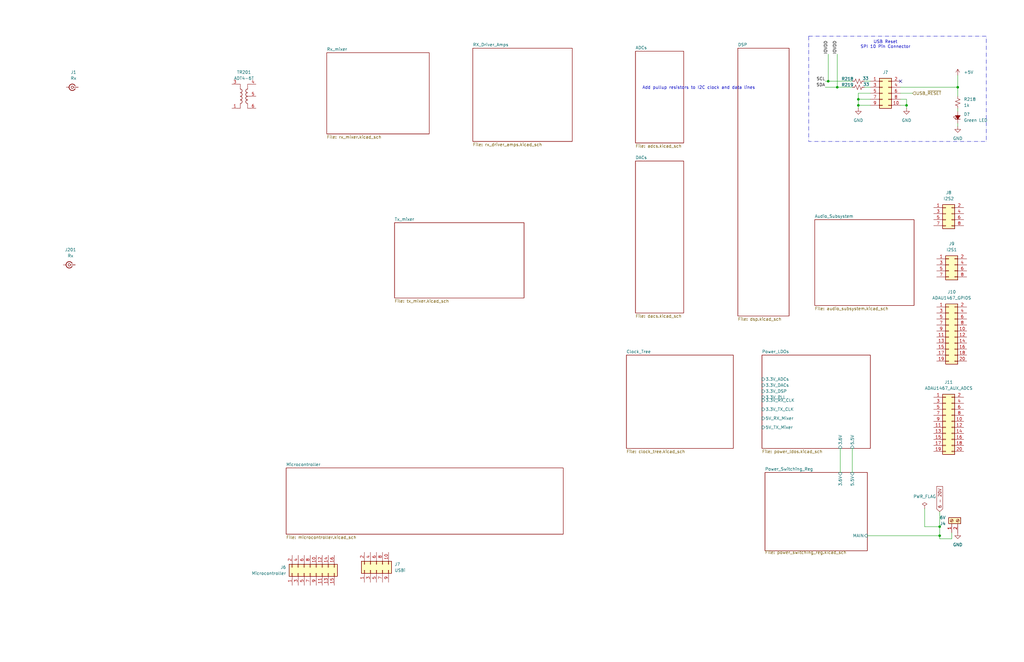
<source format=kicad_sch>
(kicad_sch
	(version 20250114)
	(generator "eeschema")
	(generator_version "9.0")
	(uuid "fe42ca2f-2bb8-4d5a-9e84-807788ed632f")
	(paper "B")
	(title_block
		(title "HF Software Defined Radio with Polyphase Mixer (12 Phase)")
		(date "2025-12-31")
		(rev "0.0")
		(company "Andy McCann KA3KAF and Doug McCann KA3KAG")
	)
	(lib_symbols
		(symbol "Connector:Conn_Coaxial_Small"
			(pin_numbers
				(hide yes)
			)
			(pin_names
				(offset 1.016)
				(hide yes)
			)
			(exclude_from_sim no)
			(in_bom yes)
			(on_board yes)
			(property "Reference" "J"
				(at 0.254 3.048 0)
				(effects
					(font
						(size 1.27 1.27)
					)
				)
			)
			(property "Value" "Conn_Coaxial_Small"
				(at 0 -3.81 0)
				(effects
					(font
						(size 1.27 1.27)
					)
				)
			)
			(property "Footprint" ""
				(at 0 0 0)
				(effects
					(font
						(size 1.27 1.27)
					)
					(hide yes)
				)
			)
			(property "Datasheet" "~"
				(at 0 0 0)
				(effects
					(font
						(size 1.27 1.27)
					)
					(hide yes)
				)
			)
			(property "Description" "small coaxial connector (BNC, SMA, SMB, SMC, Cinch/RCA, LEMO, ...)"
				(at 0 0 0)
				(effects
					(font
						(size 1.27 1.27)
					)
					(hide yes)
				)
			)
			(property "ki_keywords" "BNC SMA SMB SMC LEMO coaxial connector CINCH RCA MCX MMCX U.FL UMRF"
				(at 0 0 0)
				(effects
					(font
						(size 1.27 1.27)
					)
					(hide yes)
				)
			)
			(property "ki_fp_filters" "*BNC* *SMA* *SMB* *SMC* *Cinch* *LEMO* *UMRF* *MCX* *U.FL*"
				(at 0 0 0)
				(effects
					(font
						(size 1.27 1.27)
					)
					(hide yes)
				)
			)
			(symbol "Conn_Coaxial_Small_0_1"
				(polyline
					(pts
						(xy -2.54 0) (xy -0.508 0)
					)
					(stroke
						(width 0)
						(type default)
					)
					(fill
						(type none)
					)
				)
				(circle
					(center 0 0)
					(radius 0.508)
					(stroke
						(width 0.2032)
						(type default)
					)
					(fill
						(type none)
					)
				)
			)
			(symbol "Conn_Coaxial_Small_1_1"
				(arc
					(start 1.3484 0.0039)
					(mid 0.327 -1.308)
					(end -1.1916 -0.6311)
					(stroke
						(width 0.3048)
						(type default)
					)
					(fill
						(type none)
					)
				)
				(arc
					(start -1.1916 0.6311)
					(mid 0.327 1.3081)
					(end 1.3484 -0.0039)
					(stroke
						(width 0.3048)
						(type default)
					)
					(fill
						(type none)
					)
				)
				(pin passive line
					(at -2.54 0 0)
					(length 1.27)
					(name "In"
						(effects
							(font
								(size 1.27 1.27)
							)
						)
					)
					(number "1"
						(effects
							(font
								(size 1.27 1.27)
							)
						)
					)
				)
				(pin passive line
					(at 2.54 0 180)
					(length 1.27)
					(name "Ext"
						(effects
							(font
								(size 1.27 1.27)
							)
						)
					)
					(number "2"
						(effects
							(font
								(size 1.27 1.27)
							)
						)
					)
				)
			)
			(embedded_fonts no)
		)
		(symbol "Connector:Screw_Terminal_01x02"
			(pin_names
				(offset 1.016)
				(hide yes)
			)
			(exclude_from_sim no)
			(in_bom yes)
			(on_board yes)
			(property "Reference" "J"
				(at 0 2.54 0)
				(effects
					(font
						(size 1.27 1.27)
					)
				)
			)
			(property "Value" "Screw_Terminal_01x02"
				(at 0 -5.08 0)
				(effects
					(font
						(size 1.27 1.27)
					)
				)
			)
			(property "Footprint" ""
				(at 0 0 0)
				(effects
					(font
						(size 1.27 1.27)
					)
					(hide yes)
				)
			)
			(property "Datasheet" "~"
				(at 0 0 0)
				(effects
					(font
						(size 1.27 1.27)
					)
					(hide yes)
				)
			)
			(property "Description" "Generic screw terminal, single row, 01x02, script generated (kicad-library-utils/schlib/autogen/connector/)"
				(at 0 0 0)
				(effects
					(font
						(size 1.27 1.27)
					)
					(hide yes)
				)
			)
			(property "ki_keywords" "screw terminal"
				(at 0 0 0)
				(effects
					(font
						(size 1.27 1.27)
					)
					(hide yes)
				)
			)
			(property "ki_fp_filters" "TerminalBlock*:*"
				(at 0 0 0)
				(effects
					(font
						(size 1.27 1.27)
					)
					(hide yes)
				)
			)
			(symbol "Screw_Terminal_01x02_1_1"
				(rectangle
					(start -1.27 1.27)
					(end 1.27 -3.81)
					(stroke
						(width 0.254)
						(type default)
					)
					(fill
						(type background)
					)
				)
				(polyline
					(pts
						(xy -0.5334 0.3302) (xy 0.3302 -0.508)
					)
					(stroke
						(width 0.1524)
						(type default)
					)
					(fill
						(type none)
					)
				)
				(polyline
					(pts
						(xy -0.5334 -2.2098) (xy 0.3302 -3.048)
					)
					(stroke
						(width 0.1524)
						(type default)
					)
					(fill
						(type none)
					)
				)
				(polyline
					(pts
						(xy -0.3556 0.508) (xy 0.508 -0.3302)
					)
					(stroke
						(width 0.1524)
						(type default)
					)
					(fill
						(type none)
					)
				)
				(polyline
					(pts
						(xy -0.3556 -2.032) (xy 0.508 -2.8702)
					)
					(stroke
						(width 0.1524)
						(type default)
					)
					(fill
						(type none)
					)
				)
				(circle
					(center 0 0)
					(radius 0.635)
					(stroke
						(width 0.1524)
						(type default)
					)
					(fill
						(type none)
					)
				)
				(circle
					(center 0 -2.54)
					(radius 0.635)
					(stroke
						(width 0.1524)
						(type default)
					)
					(fill
						(type none)
					)
				)
				(pin passive line
					(at -5.08 0 0)
					(length 3.81)
					(name "Pin_1"
						(effects
							(font
								(size 1.27 1.27)
							)
						)
					)
					(number "1"
						(effects
							(font
								(size 1.27 1.27)
							)
						)
					)
				)
				(pin passive line
					(at -5.08 -2.54 0)
					(length 3.81)
					(name "Pin_2"
						(effects
							(font
								(size 1.27 1.27)
							)
						)
					)
					(number "2"
						(effects
							(font
								(size 1.27 1.27)
							)
						)
					)
				)
			)
			(embedded_fonts no)
		)
		(symbol "Connector_Generic:Conn_02x04_Odd_Even"
			(pin_names
				(offset 1.016)
				(hide yes)
			)
			(exclude_from_sim no)
			(in_bom yes)
			(on_board yes)
			(property "Reference" "J"
				(at 1.27 5.08 0)
				(effects
					(font
						(size 1.27 1.27)
					)
				)
			)
			(property "Value" "Conn_02x04_Odd_Even"
				(at 1.27 -7.62 0)
				(effects
					(font
						(size 1.27 1.27)
					)
				)
			)
			(property "Footprint" ""
				(at 0 0 0)
				(effects
					(font
						(size 1.27 1.27)
					)
					(hide yes)
				)
			)
			(property "Datasheet" "~"
				(at 0 0 0)
				(effects
					(font
						(size 1.27 1.27)
					)
					(hide yes)
				)
			)
			(property "Description" "Generic connector, double row, 02x04, odd/even pin numbering scheme (row 1 odd numbers, row 2 even numbers), script generated (kicad-library-utils/schlib/autogen/connector/)"
				(at 0 0 0)
				(effects
					(font
						(size 1.27 1.27)
					)
					(hide yes)
				)
			)
			(property "ki_keywords" "connector"
				(at 0 0 0)
				(effects
					(font
						(size 1.27 1.27)
					)
					(hide yes)
				)
			)
			(property "ki_fp_filters" "Connector*:*_2x??_*"
				(at 0 0 0)
				(effects
					(font
						(size 1.27 1.27)
					)
					(hide yes)
				)
			)
			(symbol "Conn_02x04_Odd_Even_1_1"
				(rectangle
					(start -1.27 3.81)
					(end 3.81 -6.35)
					(stroke
						(width 0.254)
						(type default)
					)
					(fill
						(type background)
					)
				)
				(rectangle
					(start -1.27 2.667)
					(end 0 2.413)
					(stroke
						(width 0.1524)
						(type default)
					)
					(fill
						(type none)
					)
				)
				(rectangle
					(start -1.27 0.127)
					(end 0 -0.127)
					(stroke
						(width 0.1524)
						(type default)
					)
					(fill
						(type none)
					)
				)
				(rectangle
					(start -1.27 -2.413)
					(end 0 -2.667)
					(stroke
						(width 0.1524)
						(type default)
					)
					(fill
						(type none)
					)
				)
				(rectangle
					(start -1.27 -4.953)
					(end 0 -5.207)
					(stroke
						(width 0.1524)
						(type default)
					)
					(fill
						(type none)
					)
				)
				(rectangle
					(start 3.81 2.667)
					(end 2.54 2.413)
					(stroke
						(width 0.1524)
						(type default)
					)
					(fill
						(type none)
					)
				)
				(rectangle
					(start 3.81 0.127)
					(end 2.54 -0.127)
					(stroke
						(width 0.1524)
						(type default)
					)
					(fill
						(type none)
					)
				)
				(rectangle
					(start 3.81 -2.413)
					(end 2.54 -2.667)
					(stroke
						(width 0.1524)
						(type default)
					)
					(fill
						(type none)
					)
				)
				(rectangle
					(start 3.81 -4.953)
					(end 2.54 -5.207)
					(stroke
						(width 0.1524)
						(type default)
					)
					(fill
						(type none)
					)
				)
				(pin passive line
					(at -5.08 2.54 0)
					(length 3.81)
					(name "Pin_1"
						(effects
							(font
								(size 1.27 1.27)
							)
						)
					)
					(number "1"
						(effects
							(font
								(size 1.27 1.27)
							)
						)
					)
				)
				(pin passive line
					(at -5.08 0 0)
					(length 3.81)
					(name "Pin_3"
						(effects
							(font
								(size 1.27 1.27)
							)
						)
					)
					(number "3"
						(effects
							(font
								(size 1.27 1.27)
							)
						)
					)
				)
				(pin passive line
					(at -5.08 -2.54 0)
					(length 3.81)
					(name "Pin_5"
						(effects
							(font
								(size 1.27 1.27)
							)
						)
					)
					(number "5"
						(effects
							(font
								(size 1.27 1.27)
							)
						)
					)
				)
				(pin passive line
					(at -5.08 -5.08 0)
					(length 3.81)
					(name "Pin_7"
						(effects
							(font
								(size 1.27 1.27)
							)
						)
					)
					(number "7"
						(effects
							(font
								(size 1.27 1.27)
							)
						)
					)
				)
				(pin passive line
					(at 7.62 2.54 180)
					(length 3.81)
					(name "Pin_2"
						(effects
							(font
								(size 1.27 1.27)
							)
						)
					)
					(number "2"
						(effects
							(font
								(size 1.27 1.27)
							)
						)
					)
				)
				(pin passive line
					(at 7.62 0 180)
					(length 3.81)
					(name "Pin_4"
						(effects
							(font
								(size 1.27 1.27)
							)
						)
					)
					(number "4"
						(effects
							(font
								(size 1.27 1.27)
							)
						)
					)
				)
				(pin passive line
					(at 7.62 -2.54 180)
					(length 3.81)
					(name "Pin_6"
						(effects
							(font
								(size 1.27 1.27)
							)
						)
					)
					(number "6"
						(effects
							(font
								(size 1.27 1.27)
							)
						)
					)
				)
				(pin passive line
					(at 7.62 -5.08 180)
					(length 3.81)
					(name "Pin_8"
						(effects
							(font
								(size 1.27 1.27)
							)
						)
					)
					(number "8"
						(effects
							(font
								(size 1.27 1.27)
							)
						)
					)
				)
			)
			(embedded_fonts no)
		)
		(symbol "Connector_Generic:Conn_02x05_Odd_Even"
			(pin_names
				(offset 1.016)
				(hide yes)
			)
			(exclude_from_sim no)
			(in_bom yes)
			(on_board yes)
			(property "Reference" "J"
				(at 1.27 7.62 0)
				(effects
					(font
						(size 1.27 1.27)
					)
				)
			)
			(property "Value" "Conn_02x05_Odd_Even"
				(at 1.27 -7.62 0)
				(effects
					(font
						(size 1.27 1.27)
					)
				)
			)
			(property "Footprint" ""
				(at 0 0 0)
				(effects
					(font
						(size 1.27 1.27)
					)
					(hide yes)
				)
			)
			(property "Datasheet" "~"
				(at 0 0 0)
				(effects
					(font
						(size 1.27 1.27)
					)
					(hide yes)
				)
			)
			(property "Description" "Generic connector, double row, 02x05, odd/even pin numbering scheme (row 1 odd numbers, row 2 even numbers), script generated (kicad-library-utils/schlib/autogen/connector/)"
				(at 0 0 0)
				(effects
					(font
						(size 1.27 1.27)
					)
					(hide yes)
				)
			)
			(property "ki_keywords" "connector"
				(at 0 0 0)
				(effects
					(font
						(size 1.27 1.27)
					)
					(hide yes)
				)
			)
			(property "ki_fp_filters" "Connector*:*_2x??_*"
				(at 0 0 0)
				(effects
					(font
						(size 1.27 1.27)
					)
					(hide yes)
				)
			)
			(symbol "Conn_02x05_Odd_Even_1_1"
				(rectangle
					(start -1.27 6.35)
					(end 3.81 -6.35)
					(stroke
						(width 0.254)
						(type default)
					)
					(fill
						(type background)
					)
				)
				(rectangle
					(start -1.27 5.207)
					(end 0 4.953)
					(stroke
						(width 0.1524)
						(type default)
					)
					(fill
						(type none)
					)
				)
				(rectangle
					(start -1.27 2.667)
					(end 0 2.413)
					(stroke
						(width 0.1524)
						(type default)
					)
					(fill
						(type none)
					)
				)
				(rectangle
					(start -1.27 0.127)
					(end 0 -0.127)
					(stroke
						(width 0.1524)
						(type default)
					)
					(fill
						(type none)
					)
				)
				(rectangle
					(start -1.27 -2.413)
					(end 0 -2.667)
					(stroke
						(width 0.1524)
						(type default)
					)
					(fill
						(type none)
					)
				)
				(rectangle
					(start -1.27 -4.953)
					(end 0 -5.207)
					(stroke
						(width 0.1524)
						(type default)
					)
					(fill
						(type none)
					)
				)
				(rectangle
					(start 3.81 5.207)
					(end 2.54 4.953)
					(stroke
						(width 0.1524)
						(type default)
					)
					(fill
						(type none)
					)
				)
				(rectangle
					(start 3.81 2.667)
					(end 2.54 2.413)
					(stroke
						(width 0.1524)
						(type default)
					)
					(fill
						(type none)
					)
				)
				(rectangle
					(start 3.81 0.127)
					(end 2.54 -0.127)
					(stroke
						(width 0.1524)
						(type default)
					)
					(fill
						(type none)
					)
				)
				(rectangle
					(start 3.81 -2.413)
					(end 2.54 -2.667)
					(stroke
						(width 0.1524)
						(type default)
					)
					(fill
						(type none)
					)
				)
				(rectangle
					(start 3.81 -4.953)
					(end 2.54 -5.207)
					(stroke
						(width 0.1524)
						(type default)
					)
					(fill
						(type none)
					)
				)
				(pin passive line
					(at -5.08 5.08 0)
					(length 3.81)
					(name "Pin_1"
						(effects
							(font
								(size 1.27 1.27)
							)
						)
					)
					(number "1"
						(effects
							(font
								(size 1.27 1.27)
							)
						)
					)
				)
				(pin passive line
					(at -5.08 2.54 0)
					(length 3.81)
					(name "Pin_3"
						(effects
							(font
								(size 1.27 1.27)
							)
						)
					)
					(number "3"
						(effects
							(font
								(size 1.27 1.27)
							)
						)
					)
				)
				(pin passive line
					(at -5.08 0 0)
					(length 3.81)
					(name "Pin_5"
						(effects
							(font
								(size 1.27 1.27)
							)
						)
					)
					(number "5"
						(effects
							(font
								(size 1.27 1.27)
							)
						)
					)
				)
				(pin passive line
					(at -5.08 -2.54 0)
					(length 3.81)
					(name "Pin_7"
						(effects
							(font
								(size 1.27 1.27)
							)
						)
					)
					(number "7"
						(effects
							(font
								(size 1.27 1.27)
							)
						)
					)
				)
				(pin passive line
					(at -5.08 -5.08 0)
					(length 3.81)
					(name "Pin_9"
						(effects
							(font
								(size 1.27 1.27)
							)
						)
					)
					(number "9"
						(effects
							(font
								(size 1.27 1.27)
							)
						)
					)
				)
				(pin passive line
					(at 7.62 5.08 180)
					(length 3.81)
					(name "Pin_2"
						(effects
							(font
								(size 1.27 1.27)
							)
						)
					)
					(number "2"
						(effects
							(font
								(size 1.27 1.27)
							)
						)
					)
				)
				(pin passive line
					(at 7.62 2.54 180)
					(length 3.81)
					(name "Pin_4"
						(effects
							(font
								(size 1.27 1.27)
							)
						)
					)
					(number "4"
						(effects
							(font
								(size 1.27 1.27)
							)
						)
					)
				)
				(pin passive line
					(at 7.62 0 180)
					(length 3.81)
					(name "Pin_6"
						(effects
							(font
								(size 1.27 1.27)
							)
						)
					)
					(number "6"
						(effects
							(font
								(size 1.27 1.27)
							)
						)
					)
				)
				(pin passive line
					(at 7.62 -2.54 180)
					(length 3.81)
					(name "Pin_8"
						(effects
							(font
								(size 1.27 1.27)
							)
						)
					)
					(number "8"
						(effects
							(font
								(size 1.27 1.27)
							)
						)
					)
				)
				(pin passive line
					(at 7.62 -5.08 180)
					(length 3.81)
					(name "Pin_10"
						(effects
							(font
								(size 1.27 1.27)
							)
						)
					)
					(number "10"
						(effects
							(font
								(size 1.27 1.27)
							)
						)
					)
				)
			)
			(embedded_fonts no)
		)
		(symbol "Connector_Generic:Conn_02x08_Odd_Even"
			(pin_names
				(offset 1.016)
				(hide yes)
			)
			(exclude_from_sim no)
			(in_bom yes)
			(on_board yes)
			(property "Reference" "J"
				(at 1.27 10.16 0)
				(effects
					(font
						(size 1.27 1.27)
					)
				)
			)
			(property "Value" "Conn_02x08_Odd_Even"
				(at 1.27 -12.7 0)
				(effects
					(font
						(size 1.27 1.27)
					)
				)
			)
			(property "Footprint" ""
				(at 0 0 0)
				(effects
					(font
						(size 1.27 1.27)
					)
					(hide yes)
				)
			)
			(property "Datasheet" "~"
				(at 0 0 0)
				(effects
					(font
						(size 1.27 1.27)
					)
					(hide yes)
				)
			)
			(property "Description" "Generic connector, double row, 02x08, odd/even pin numbering scheme (row 1 odd numbers, row 2 even numbers), script generated (kicad-library-utils/schlib/autogen/connector/)"
				(at 0 0 0)
				(effects
					(font
						(size 1.27 1.27)
					)
					(hide yes)
				)
			)
			(property "ki_keywords" "connector"
				(at 0 0 0)
				(effects
					(font
						(size 1.27 1.27)
					)
					(hide yes)
				)
			)
			(property "ki_fp_filters" "Connector*:*_2x??_*"
				(at 0 0 0)
				(effects
					(font
						(size 1.27 1.27)
					)
					(hide yes)
				)
			)
			(symbol "Conn_02x08_Odd_Even_1_1"
				(rectangle
					(start -1.27 8.89)
					(end 3.81 -11.43)
					(stroke
						(width 0.254)
						(type default)
					)
					(fill
						(type background)
					)
				)
				(rectangle
					(start -1.27 7.747)
					(end 0 7.493)
					(stroke
						(width 0.1524)
						(type default)
					)
					(fill
						(type none)
					)
				)
				(rectangle
					(start -1.27 5.207)
					(end 0 4.953)
					(stroke
						(width 0.1524)
						(type default)
					)
					(fill
						(type none)
					)
				)
				(rectangle
					(start -1.27 2.667)
					(end 0 2.413)
					(stroke
						(width 0.1524)
						(type default)
					)
					(fill
						(type none)
					)
				)
				(rectangle
					(start -1.27 0.127)
					(end 0 -0.127)
					(stroke
						(width 0.1524)
						(type default)
					)
					(fill
						(type none)
					)
				)
				(rectangle
					(start -1.27 -2.413)
					(end 0 -2.667)
					(stroke
						(width 0.1524)
						(type default)
					)
					(fill
						(type none)
					)
				)
				(rectangle
					(start -1.27 -4.953)
					(end 0 -5.207)
					(stroke
						(width 0.1524)
						(type default)
					)
					(fill
						(type none)
					)
				)
				(rectangle
					(start -1.27 -7.493)
					(end 0 -7.747)
					(stroke
						(width 0.1524)
						(type default)
					)
					(fill
						(type none)
					)
				)
				(rectangle
					(start -1.27 -10.033)
					(end 0 -10.287)
					(stroke
						(width 0.1524)
						(type default)
					)
					(fill
						(type none)
					)
				)
				(rectangle
					(start 3.81 7.747)
					(end 2.54 7.493)
					(stroke
						(width 0.1524)
						(type default)
					)
					(fill
						(type none)
					)
				)
				(rectangle
					(start 3.81 5.207)
					(end 2.54 4.953)
					(stroke
						(width 0.1524)
						(type default)
					)
					(fill
						(type none)
					)
				)
				(rectangle
					(start 3.81 2.667)
					(end 2.54 2.413)
					(stroke
						(width 0.1524)
						(type default)
					)
					(fill
						(type none)
					)
				)
				(rectangle
					(start 3.81 0.127)
					(end 2.54 -0.127)
					(stroke
						(width 0.1524)
						(type default)
					)
					(fill
						(type none)
					)
				)
				(rectangle
					(start 3.81 -2.413)
					(end 2.54 -2.667)
					(stroke
						(width 0.1524)
						(type default)
					)
					(fill
						(type none)
					)
				)
				(rectangle
					(start 3.81 -4.953)
					(end 2.54 -5.207)
					(stroke
						(width 0.1524)
						(type default)
					)
					(fill
						(type none)
					)
				)
				(rectangle
					(start 3.81 -7.493)
					(end 2.54 -7.747)
					(stroke
						(width 0.1524)
						(type default)
					)
					(fill
						(type none)
					)
				)
				(rectangle
					(start 3.81 -10.033)
					(end 2.54 -10.287)
					(stroke
						(width 0.1524)
						(type default)
					)
					(fill
						(type none)
					)
				)
				(pin passive line
					(at -5.08 7.62 0)
					(length 3.81)
					(name "Pin_1"
						(effects
							(font
								(size 1.27 1.27)
							)
						)
					)
					(number "1"
						(effects
							(font
								(size 1.27 1.27)
							)
						)
					)
				)
				(pin passive line
					(at -5.08 5.08 0)
					(length 3.81)
					(name "Pin_3"
						(effects
							(font
								(size 1.27 1.27)
							)
						)
					)
					(number "3"
						(effects
							(font
								(size 1.27 1.27)
							)
						)
					)
				)
				(pin passive line
					(at -5.08 2.54 0)
					(length 3.81)
					(name "Pin_5"
						(effects
							(font
								(size 1.27 1.27)
							)
						)
					)
					(number "5"
						(effects
							(font
								(size 1.27 1.27)
							)
						)
					)
				)
				(pin passive line
					(at -5.08 0 0)
					(length 3.81)
					(name "Pin_7"
						(effects
							(font
								(size 1.27 1.27)
							)
						)
					)
					(number "7"
						(effects
							(font
								(size 1.27 1.27)
							)
						)
					)
				)
				(pin passive line
					(at -5.08 -2.54 0)
					(length 3.81)
					(name "Pin_9"
						(effects
							(font
								(size 1.27 1.27)
							)
						)
					)
					(number "9"
						(effects
							(font
								(size 1.27 1.27)
							)
						)
					)
				)
				(pin passive line
					(at -5.08 -5.08 0)
					(length 3.81)
					(name "Pin_11"
						(effects
							(font
								(size 1.27 1.27)
							)
						)
					)
					(number "11"
						(effects
							(font
								(size 1.27 1.27)
							)
						)
					)
				)
				(pin passive line
					(at -5.08 -7.62 0)
					(length 3.81)
					(name "Pin_13"
						(effects
							(font
								(size 1.27 1.27)
							)
						)
					)
					(number "13"
						(effects
							(font
								(size 1.27 1.27)
							)
						)
					)
				)
				(pin passive line
					(at -5.08 -10.16 0)
					(length 3.81)
					(name "Pin_15"
						(effects
							(font
								(size 1.27 1.27)
							)
						)
					)
					(number "15"
						(effects
							(font
								(size 1.27 1.27)
							)
						)
					)
				)
				(pin passive line
					(at 7.62 7.62 180)
					(length 3.81)
					(name "Pin_2"
						(effects
							(font
								(size 1.27 1.27)
							)
						)
					)
					(number "2"
						(effects
							(font
								(size 1.27 1.27)
							)
						)
					)
				)
				(pin passive line
					(at 7.62 5.08 180)
					(length 3.81)
					(name "Pin_4"
						(effects
							(font
								(size 1.27 1.27)
							)
						)
					)
					(number "4"
						(effects
							(font
								(size 1.27 1.27)
							)
						)
					)
				)
				(pin passive line
					(at 7.62 2.54 180)
					(length 3.81)
					(name "Pin_6"
						(effects
							(font
								(size 1.27 1.27)
							)
						)
					)
					(number "6"
						(effects
							(font
								(size 1.27 1.27)
							)
						)
					)
				)
				(pin passive line
					(at 7.62 0 180)
					(length 3.81)
					(name "Pin_8"
						(effects
							(font
								(size 1.27 1.27)
							)
						)
					)
					(number "8"
						(effects
							(font
								(size 1.27 1.27)
							)
						)
					)
				)
				(pin passive line
					(at 7.62 -2.54 180)
					(length 3.81)
					(name "Pin_10"
						(effects
							(font
								(size 1.27 1.27)
							)
						)
					)
					(number "10"
						(effects
							(font
								(size 1.27 1.27)
							)
						)
					)
				)
				(pin passive line
					(at 7.62 -5.08 180)
					(length 3.81)
					(name "Pin_12"
						(effects
							(font
								(size 1.27 1.27)
							)
						)
					)
					(number "12"
						(effects
							(font
								(size 1.27 1.27)
							)
						)
					)
				)
				(pin passive line
					(at 7.62 -7.62 180)
					(length 3.81)
					(name "Pin_14"
						(effects
							(font
								(size 1.27 1.27)
							)
						)
					)
					(number "14"
						(effects
							(font
								(size 1.27 1.27)
							)
						)
					)
				)
				(pin passive line
					(at 7.62 -10.16 180)
					(length 3.81)
					(name "Pin_16"
						(effects
							(font
								(size 1.27 1.27)
							)
						)
					)
					(number "16"
						(effects
							(font
								(size 1.27 1.27)
							)
						)
					)
				)
			)
			(embedded_fonts no)
		)
		(symbol "Connector_Generic:Conn_02x10_Odd_Even"
			(pin_names
				(offset 1.016)
				(hide yes)
			)
			(exclude_from_sim no)
			(in_bom yes)
			(on_board yes)
			(property "Reference" "J"
				(at 1.27 12.7 0)
				(effects
					(font
						(size 1.27 1.27)
					)
				)
			)
			(property "Value" "Conn_02x10_Odd_Even"
				(at 1.27 -15.24 0)
				(effects
					(font
						(size 1.27 1.27)
					)
				)
			)
			(property "Footprint" ""
				(at 0 0 0)
				(effects
					(font
						(size 1.27 1.27)
					)
					(hide yes)
				)
			)
			(property "Datasheet" "~"
				(at 0 0 0)
				(effects
					(font
						(size 1.27 1.27)
					)
					(hide yes)
				)
			)
			(property "Description" "Generic connector, double row, 02x10, odd/even pin numbering scheme (row 1 odd numbers, row 2 even numbers), script generated (kicad-library-utils/schlib/autogen/connector/)"
				(at 0 0 0)
				(effects
					(font
						(size 1.27 1.27)
					)
					(hide yes)
				)
			)
			(property "ki_keywords" "connector"
				(at 0 0 0)
				(effects
					(font
						(size 1.27 1.27)
					)
					(hide yes)
				)
			)
			(property "ki_fp_filters" "Connector*:*_2x??_*"
				(at 0 0 0)
				(effects
					(font
						(size 1.27 1.27)
					)
					(hide yes)
				)
			)
			(symbol "Conn_02x10_Odd_Even_1_1"
				(rectangle
					(start -1.27 11.43)
					(end 3.81 -13.97)
					(stroke
						(width 0.254)
						(type default)
					)
					(fill
						(type background)
					)
				)
				(rectangle
					(start -1.27 10.287)
					(end 0 10.033)
					(stroke
						(width 0.1524)
						(type default)
					)
					(fill
						(type none)
					)
				)
				(rectangle
					(start -1.27 7.747)
					(end 0 7.493)
					(stroke
						(width 0.1524)
						(type default)
					)
					(fill
						(type none)
					)
				)
				(rectangle
					(start -1.27 5.207)
					(end 0 4.953)
					(stroke
						(width 0.1524)
						(type default)
					)
					(fill
						(type none)
					)
				)
				(rectangle
					(start -1.27 2.667)
					(end 0 2.413)
					(stroke
						(width 0.1524)
						(type default)
					)
					(fill
						(type none)
					)
				)
				(rectangle
					(start -1.27 0.127)
					(end 0 -0.127)
					(stroke
						(width 0.1524)
						(type default)
					)
					(fill
						(type none)
					)
				)
				(rectangle
					(start -1.27 -2.413)
					(end 0 -2.667)
					(stroke
						(width 0.1524)
						(type default)
					)
					(fill
						(type none)
					)
				)
				(rectangle
					(start -1.27 -4.953)
					(end 0 -5.207)
					(stroke
						(width 0.1524)
						(type default)
					)
					(fill
						(type none)
					)
				)
				(rectangle
					(start -1.27 -7.493)
					(end 0 -7.747)
					(stroke
						(width 0.1524)
						(type default)
					)
					(fill
						(type none)
					)
				)
				(rectangle
					(start -1.27 -10.033)
					(end 0 -10.287)
					(stroke
						(width 0.1524)
						(type default)
					)
					(fill
						(type none)
					)
				)
				(rectangle
					(start -1.27 -12.573)
					(end 0 -12.827)
					(stroke
						(width 0.1524)
						(type default)
					)
					(fill
						(type none)
					)
				)
				(rectangle
					(start 3.81 10.287)
					(end 2.54 10.033)
					(stroke
						(width 0.1524)
						(type default)
					)
					(fill
						(type none)
					)
				)
				(rectangle
					(start 3.81 7.747)
					(end 2.54 7.493)
					(stroke
						(width 0.1524)
						(type default)
					)
					(fill
						(type none)
					)
				)
				(rectangle
					(start 3.81 5.207)
					(end 2.54 4.953)
					(stroke
						(width 0.1524)
						(type default)
					)
					(fill
						(type none)
					)
				)
				(rectangle
					(start 3.81 2.667)
					(end 2.54 2.413)
					(stroke
						(width 0.1524)
						(type default)
					)
					(fill
						(type none)
					)
				)
				(rectangle
					(start 3.81 0.127)
					(end 2.54 -0.127)
					(stroke
						(width 0.1524)
						(type default)
					)
					(fill
						(type none)
					)
				)
				(rectangle
					(start 3.81 -2.413)
					(end 2.54 -2.667)
					(stroke
						(width 0.1524)
						(type default)
					)
					(fill
						(type none)
					)
				)
				(rectangle
					(start 3.81 -4.953)
					(end 2.54 -5.207)
					(stroke
						(width 0.1524)
						(type default)
					)
					(fill
						(type none)
					)
				)
				(rectangle
					(start 3.81 -7.493)
					(end 2.54 -7.747)
					(stroke
						(width 0.1524)
						(type default)
					)
					(fill
						(type none)
					)
				)
				(rectangle
					(start 3.81 -10.033)
					(end 2.54 -10.287)
					(stroke
						(width 0.1524)
						(type default)
					)
					(fill
						(type none)
					)
				)
				(rectangle
					(start 3.81 -12.573)
					(end 2.54 -12.827)
					(stroke
						(width 0.1524)
						(type default)
					)
					(fill
						(type none)
					)
				)
				(pin passive line
					(at -5.08 10.16 0)
					(length 3.81)
					(name "Pin_1"
						(effects
							(font
								(size 1.27 1.27)
							)
						)
					)
					(number "1"
						(effects
							(font
								(size 1.27 1.27)
							)
						)
					)
				)
				(pin passive line
					(at -5.08 7.62 0)
					(length 3.81)
					(name "Pin_3"
						(effects
							(font
								(size 1.27 1.27)
							)
						)
					)
					(number "3"
						(effects
							(font
								(size 1.27 1.27)
							)
						)
					)
				)
				(pin passive line
					(at -5.08 5.08 0)
					(length 3.81)
					(name "Pin_5"
						(effects
							(font
								(size 1.27 1.27)
							)
						)
					)
					(number "5"
						(effects
							(font
								(size 1.27 1.27)
							)
						)
					)
				)
				(pin passive line
					(at -5.08 2.54 0)
					(length 3.81)
					(name "Pin_7"
						(effects
							(font
								(size 1.27 1.27)
							)
						)
					)
					(number "7"
						(effects
							(font
								(size 1.27 1.27)
							)
						)
					)
				)
				(pin passive line
					(at -5.08 0 0)
					(length 3.81)
					(name "Pin_9"
						(effects
							(font
								(size 1.27 1.27)
							)
						)
					)
					(number "9"
						(effects
							(font
								(size 1.27 1.27)
							)
						)
					)
				)
				(pin passive line
					(at -5.08 -2.54 0)
					(length 3.81)
					(name "Pin_11"
						(effects
							(font
								(size 1.27 1.27)
							)
						)
					)
					(number "11"
						(effects
							(font
								(size 1.27 1.27)
							)
						)
					)
				)
				(pin passive line
					(at -5.08 -5.08 0)
					(length 3.81)
					(name "Pin_13"
						(effects
							(font
								(size 1.27 1.27)
							)
						)
					)
					(number "13"
						(effects
							(font
								(size 1.27 1.27)
							)
						)
					)
				)
				(pin passive line
					(at -5.08 -7.62 0)
					(length 3.81)
					(name "Pin_15"
						(effects
							(font
								(size 1.27 1.27)
							)
						)
					)
					(number "15"
						(effects
							(font
								(size 1.27 1.27)
							)
						)
					)
				)
				(pin passive line
					(at -5.08 -10.16 0)
					(length 3.81)
					(name "Pin_17"
						(effects
							(font
								(size 1.27 1.27)
							)
						)
					)
					(number "17"
						(effects
							(font
								(size 1.27 1.27)
							)
						)
					)
				)
				(pin passive line
					(at -5.08 -12.7 0)
					(length 3.81)
					(name "Pin_19"
						(effects
							(font
								(size 1.27 1.27)
							)
						)
					)
					(number "19"
						(effects
							(font
								(size 1.27 1.27)
							)
						)
					)
				)
				(pin passive line
					(at 7.62 10.16 180)
					(length 3.81)
					(name "Pin_2"
						(effects
							(font
								(size 1.27 1.27)
							)
						)
					)
					(number "2"
						(effects
							(font
								(size 1.27 1.27)
							)
						)
					)
				)
				(pin passive line
					(at 7.62 7.62 180)
					(length 3.81)
					(name "Pin_4"
						(effects
							(font
								(size 1.27 1.27)
							)
						)
					)
					(number "4"
						(effects
							(font
								(size 1.27 1.27)
							)
						)
					)
				)
				(pin passive line
					(at 7.62 5.08 180)
					(length 3.81)
					(name "Pin_6"
						(effects
							(font
								(size 1.27 1.27)
							)
						)
					)
					(number "6"
						(effects
							(font
								(size 1.27 1.27)
							)
						)
					)
				)
				(pin passive line
					(at 7.62 2.54 180)
					(length 3.81)
					(name "Pin_8"
						(effects
							(font
								(size 1.27 1.27)
							)
						)
					)
					(number "8"
						(effects
							(font
								(size 1.27 1.27)
							)
						)
					)
				)
				(pin passive line
					(at 7.62 0 180)
					(length 3.81)
					(name "Pin_10"
						(effects
							(font
								(size 1.27 1.27)
							)
						)
					)
					(number "10"
						(effects
							(font
								(size 1.27 1.27)
							)
						)
					)
				)
				(pin passive line
					(at 7.62 -2.54 180)
					(length 3.81)
					(name "Pin_12"
						(effects
							(font
								(size 1.27 1.27)
							)
						)
					)
					(number "12"
						(effects
							(font
								(size 1.27 1.27)
							)
						)
					)
				)
				(pin passive line
					(at 7.62 -5.08 180)
					(length 3.81)
					(name "Pin_14"
						(effects
							(font
								(size 1.27 1.27)
							)
						)
					)
					(number "14"
						(effects
							(font
								(size 1.27 1.27)
							)
						)
					)
				)
				(pin passive line
					(at 7.62 -7.62 180)
					(length 3.81)
					(name "Pin_16"
						(effects
							(font
								(size 1.27 1.27)
							)
						)
					)
					(number "16"
						(effects
							(font
								(size 1.27 1.27)
							)
						)
					)
				)
				(pin passive line
					(at 7.62 -10.16 180)
					(length 3.81)
					(name "Pin_18"
						(effects
							(font
								(size 1.27 1.27)
							)
						)
					)
					(number "18"
						(effects
							(font
								(size 1.27 1.27)
							)
						)
					)
				)
				(pin passive line
					(at 7.62 -12.7 180)
					(length 3.81)
					(name "Pin_20"
						(effects
							(font
								(size 1.27 1.27)
							)
						)
					)
					(number "20"
						(effects
							(font
								(size 1.27 1.27)
							)
						)
					)
				)
			)
			(embedded_fonts no)
		)
		(symbol "Device:LED_Small_Filled"
			(pin_numbers
				(hide yes)
			)
			(pin_names
				(offset 0.254)
				(hide yes)
			)
			(exclude_from_sim no)
			(in_bom yes)
			(on_board yes)
			(property "Reference" "D"
				(at -1.27 3.175 0)
				(effects
					(font
						(size 1.27 1.27)
					)
					(justify left)
				)
			)
			(property "Value" "LED_Small_Filled"
				(at -4.445 -2.54 0)
				(effects
					(font
						(size 1.27 1.27)
					)
					(justify left)
				)
			)
			(property "Footprint" ""
				(at 0 0 90)
				(effects
					(font
						(size 1.27 1.27)
					)
					(hide yes)
				)
			)
			(property "Datasheet" "~"
				(at 0 0 90)
				(effects
					(font
						(size 1.27 1.27)
					)
					(hide yes)
				)
			)
			(property "Description" "Light emitting diode, small symbol, filled shape"
				(at 0 0 0)
				(effects
					(font
						(size 1.27 1.27)
					)
					(hide yes)
				)
			)
			(property "Sim.Pins" "1=K 2=A"
				(at 0 0 0)
				(effects
					(font
						(size 1.27 1.27)
					)
					(hide yes)
				)
			)
			(property "ki_keywords" "LED diode light-emitting-diode"
				(at 0 0 0)
				(effects
					(font
						(size 1.27 1.27)
					)
					(hide yes)
				)
			)
			(property "ki_fp_filters" "LED* LED_SMD:* LED_THT:*"
				(at 0 0 0)
				(effects
					(font
						(size 1.27 1.27)
					)
					(hide yes)
				)
			)
			(symbol "LED_Small_Filled_0_1"
				(polyline
					(pts
						(xy -0.762 -1.016) (xy -0.762 1.016)
					)
					(stroke
						(width 0.254)
						(type default)
					)
					(fill
						(type none)
					)
				)
				(polyline
					(pts
						(xy 0 0.762) (xy -0.508 1.27) (xy -0.254 1.27) (xy -0.508 1.27) (xy -0.508 1.016)
					)
					(stroke
						(width 0)
						(type default)
					)
					(fill
						(type none)
					)
				)
				(polyline
					(pts
						(xy 0.508 1.27) (xy 0 1.778) (xy 0.254 1.778) (xy 0 1.778) (xy 0 1.524)
					)
					(stroke
						(width 0)
						(type default)
					)
					(fill
						(type none)
					)
				)
				(polyline
					(pts
						(xy 0.762 -1.016) (xy -0.762 0) (xy 0.762 1.016) (xy 0.762 -1.016)
					)
					(stroke
						(width 0.254)
						(type default)
					)
					(fill
						(type outline)
					)
				)
				(polyline
					(pts
						(xy 1.016 0) (xy -0.762 0)
					)
					(stroke
						(width 0)
						(type default)
					)
					(fill
						(type none)
					)
				)
			)
			(symbol "LED_Small_Filled_1_1"
				(pin passive line
					(at -2.54 0 0)
					(length 1.778)
					(name "K"
						(effects
							(font
								(size 1.27 1.27)
							)
						)
					)
					(number "1"
						(effects
							(font
								(size 1.27 1.27)
							)
						)
					)
				)
				(pin passive line
					(at 2.54 0 180)
					(length 1.778)
					(name "A"
						(effects
							(font
								(size 1.27 1.27)
							)
						)
					)
					(number "2"
						(effects
							(font
								(size 1.27 1.27)
							)
						)
					)
				)
			)
			(embedded_fonts no)
		)
		(symbol "Device:R_Small_US"
			(pin_numbers
				(hide yes)
			)
			(pin_names
				(offset 0.254)
				(hide yes)
			)
			(exclude_from_sim no)
			(in_bom yes)
			(on_board yes)
			(property "Reference" "R"
				(at 0.762 0.508 0)
				(effects
					(font
						(size 1.27 1.27)
					)
					(justify left)
				)
			)
			(property "Value" "R_Small_US"
				(at 0.762 -1.016 0)
				(effects
					(font
						(size 1.27 1.27)
					)
					(justify left)
				)
			)
			(property "Footprint" ""
				(at 0 0 0)
				(effects
					(font
						(size 1.27 1.27)
					)
					(hide yes)
				)
			)
			(property "Datasheet" "~"
				(at 0 0 0)
				(effects
					(font
						(size 1.27 1.27)
					)
					(hide yes)
				)
			)
			(property "Description" "Resistor, small US symbol"
				(at 0 0 0)
				(effects
					(font
						(size 1.27 1.27)
					)
					(hide yes)
				)
			)
			(property "ki_keywords" "r resistor"
				(at 0 0 0)
				(effects
					(font
						(size 1.27 1.27)
					)
					(hide yes)
				)
			)
			(property "ki_fp_filters" "R_*"
				(at 0 0 0)
				(effects
					(font
						(size 1.27 1.27)
					)
					(hide yes)
				)
			)
			(symbol "R_Small_US_1_1"
				(polyline
					(pts
						(xy 0 1.524) (xy 1.016 1.143) (xy 0 0.762) (xy -1.016 0.381) (xy 0 0)
					)
					(stroke
						(width 0)
						(type default)
					)
					(fill
						(type none)
					)
				)
				(polyline
					(pts
						(xy 0 0) (xy 1.016 -0.381) (xy 0 -0.762) (xy -1.016 -1.143) (xy 0 -1.524)
					)
					(stroke
						(width 0)
						(type default)
					)
					(fill
						(type none)
					)
				)
				(pin passive line
					(at 0 2.54 270)
					(length 1.016)
					(name "~"
						(effects
							(font
								(size 1.27 1.27)
							)
						)
					)
					(number "1"
						(effects
							(font
								(size 1.27 1.27)
							)
						)
					)
				)
				(pin passive line
					(at 0 -2.54 90)
					(length 1.016)
					(name "~"
						(effects
							(font
								(size 1.27 1.27)
							)
						)
					)
					(number "2"
						(effects
							(font
								(size 1.27 1.27)
							)
						)
					)
				)
			)
			(embedded_fonts no)
		)
		(symbol "Transformer:ADT4-6T"
			(pin_names
				(hide yes)
			)
			(exclude_from_sim no)
			(in_bom yes)
			(on_board yes)
			(property "Reference" "TR"
				(at 0 6.35 0)
				(effects
					(font
						(size 1.27 1.27)
					)
				)
			)
			(property "Value" "ADT4-6T"
				(at 0 -6.35 0)
				(effects
					(font
						(size 1.27 1.27)
					)
				)
			)
			(property "Footprint" "RF_Mini-Circuits:Mini-Circuits_CD637_H5.23mm"
				(at 0 -8.89 0)
				(effects
					(font
						(size 1.27 1.27)
					)
					(hide yes)
				)
			)
			(property "Datasheet" "https://www.minicircuits.com/pdfs/ADT4-6T+.pdf"
				(at 0 0 0)
				(effects
					(font
						(size 1.27 1.27)
					)
					(hide yes)
				)
			)
			(property "Description" "1.5-70MHz 1:4 RF Transformer, Unbalanced to Balanced Center Tap, CD637"
				(at 0 0 0)
				(effects
					(font
						(size 1.27 1.27)
					)
					(hide yes)
				)
			)
			(property "ki_keywords" "Mini-Circuits RF Transformer"
				(at 0 0 0)
				(effects
					(font
						(size 1.27 1.27)
					)
					(hide yes)
				)
			)
			(property "ki_fp_filters" "Mini?Circuits*CD637*"
				(at 0 0 0)
				(effects
					(font
						(size 1.27 1.27)
					)
					(hide yes)
				)
			)
			(symbol "ADT4-6T_0_1"
				(polyline
					(pts
						(xy -2.54 5.08) (xy -1.524 5.08) (xy -1.524 3.048)
					)
					(stroke
						(width 0.1524)
						(type default)
					)
					(fill
						(type none)
					)
				)
				(arc
					(start -1.524 3.048)
					(mid -0.7653 2.286)
					(end -1.524 1.524)
					(stroke
						(width 0.2032)
						(type default)
					)
					(fill
						(type none)
					)
				)
				(arc
					(start -1.524 1.524)
					(mid -0.7653 0.762)
					(end -1.524 0)
					(stroke
						(width 0.2032)
						(type default)
					)
					(fill
						(type none)
					)
				)
				(arc
					(start -1.524 0)
					(mid -0.7653 -0.762)
					(end -1.524 -1.524)
					(stroke
						(width 0.2032)
						(type default)
					)
					(fill
						(type none)
					)
				)
				(arc
					(start -1.524 -1.524)
					(mid -0.7653 -2.286)
					(end -1.524 -3.048)
					(stroke
						(width 0.2032)
						(type default)
					)
					(fill
						(type none)
					)
				)
				(polyline
					(pts
						(xy -1.524 -3.048) (xy -1.524 -5.08) (xy -2.54 -5.08)
					)
					(stroke
						(width 0.1524)
						(type default)
					)
					(fill
						(type none)
					)
				)
				(polyline
					(pts
						(xy 1.524 3.048) (xy 1.524 5.08) (xy 2.54 5.08)
					)
					(stroke
						(width 0.1524)
						(type default)
					)
					(fill
						(type none)
					)
				)
				(arc
					(start 1.524 1.524)
					(mid 0.7653 2.286)
					(end 1.524 3.048)
					(stroke
						(width 0.2032)
						(type default)
					)
					(fill
						(type none)
					)
				)
				(arc
					(start 1.524 0)
					(mid 0.7653 0.762)
					(end 1.524 1.524)
					(stroke
						(width 0.2032)
						(type default)
					)
					(fill
						(type none)
					)
				)
				(arc
					(start 1.524 -1.524)
					(mid 0.7653 -0.762)
					(end 1.524 0)
					(stroke
						(width 0.2032)
						(type default)
					)
					(fill
						(type none)
					)
				)
				(arc
					(start 1.524 -3.048)
					(mid 0.7653 -2.286)
					(end 1.524 -1.524)
					(stroke
						(width 0.2032)
						(type default)
					)
					(fill
						(type none)
					)
				)
				(polyline
					(pts
						(xy 2.54 0) (xy 1.27 0)
					)
					(stroke
						(width 0.1524)
						(type default)
					)
					(fill
						(type none)
					)
				)
				(polyline
					(pts
						(xy 2.54 -5.08) (xy 1.524 -5.08) (xy 1.524 -3.048)
					)
					(stroke
						(width 0.1524)
						(type default)
					)
					(fill
						(type none)
					)
				)
			)
			(symbol "ADT4-6T_1_1"
				(pin passive line
					(at -5.08 5.08 0)
					(length 2.54)
					(name "~"
						(effects
							(font
								(size 1.27 1.27)
							)
						)
					)
					(number "3"
						(effects
							(font
								(size 1.27 1.27)
							)
						)
					)
				)
				(pin passive line
					(at -5.08 -5.08 0)
					(length 2.54)
					(name "~"
						(effects
							(font
								(size 1.27 1.27)
							)
						)
					)
					(number "1"
						(effects
							(font
								(size 1.27 1.27)
							)
						)
					)
				)
				(pin passive line
					(at 5.08 5.08 180)
					(length 2.54)
					(name "~"
						(effects
							(font
								(size 1.27 1.27)
							)
						)
					)
					(number "4"
						(effects
							(font
								(size 1.27 1.27)
							)
						)
					)
				)
				(pin passive line
					(at 5.08 0 180)
					(length 2.54)
					(name "~"
						(effects
							(font
								(size 1.27 1.27)
							)
						)
					)
					(number "5"
						(effects
							(font
								(size 1.27 1.27)
							)
						)
					)
				)
				(pin passive line
					(at 5.08 -5.08 180)
					(length 2.54)
					(name "~"
						(effects
							(font
								(size 1.27 1.27)
							)
						)
					)
					(number "6"
						(effects
							(font
								(size 1.27 1.27)
							)
						)
					)
				)
			)
			(embedded_fonts no)
		)
		(symbol "power:+5V"
			(power)
			(pin_numbers
				(hide yes)
			)
			(pin_names
				(offset 0)
				(hide yes)
			)
			(exclude_from_sim no)
			(in_bom yes)
			(on_board yes)
			(property "Reference" "#PWR"
				(at 0 -3.81 0)
				(effects
					(font
						(size 1.27 1.27)
					)
					(hide yes)
				)
			)
			(property "Value" "+5V"
				(at 0 3.556 0)
				(effects
					(font
						(size 1.27 1.27)
					)
				)
			)
			(property "Footprint" ""
				(at 0 0 0)
				(effects
					(font
						(size 1.27 1.27)
					)
					(hide yes)
				)
			)
			(property "Datasheet" ""
				(at 0 0 0)
				(effects
					(font
						(size 1.27 1.27)
					)
					(hide yes)
				)
			)
			(property "Description" "Power symbol creates a global label with name \"+5V\""
				(at 0 0 0)
				(effects
					(font
						(size 1.27 1.27)
					)
					(hide yes)
				)
			)
			(property "ki_keywords" "global power"
				(at 0 0 0)
				(effects
					(font
						(size 1.27 1.27)
					)
					(hide yes)
				)
			)
			(symbol "+5V_0_1"
				(polyline
					(pts
						(xy -0.762 1.27) (xy 0 2.54)
					)
					(stroke
						(width 0)
						(type default)
					)
					(fill
						(type none)
					)
				)
				(polyline
					(pts
						(xy 0 2.54) (xy 0.762 1.27)
					)
					(stroke
						(width 0)
						(type default)
					)
					(fill
						(type none)
					)
				)
				(polyline
					(pts
						(xy 0 0) (xy 0 2.54)
					)
					(stroke
						(width 0)
						(type default)
					)
					(fill
						(type none)
					)
				)
			)
			(symbol "+5V_1_1"
				(pin power_in line
					(at 0 0 90)
					(length 0)
					(name "~"
						(effects
							(font
								(size 1.27 1.27)
							)
						)
					)
					(number "1"
						(effects
							(font
								(size 1.27 1.27)
							)
						)
					)
				)
			)
			(embedded_fonts no)
		)
		(symbol "power:GND"
			(power)
			(pin_numbers
				(hide yes)
			)
			(pin_names
				(offset 0)
				(hide yes)
			)
			(exclude_from_sim no)
			(in_bom yes)
			(on_board yes)
			(property "Reference" "#PWR"
				(at 0 -6.35 0)
				(effects
					(font
						(size 1.27 1.27)
					)
					(hide yes)
				)
			)
			(property "Value" "GND"
				(at 0 -3.81 0)
				(effects
					(font
						(size 1.27 1.27)
					)
				)
			)
			(property "Footprint" ""
				(at 0 0 0)
				(effects
					(font
						(size 1.27 1.27)
					)
					(hide yes)
				)
			)
			(property "Datasheet" ""
				(at 0 0 0)
				(effects
					(font
						(size 1.27 1.27)
					)
					(hide yes)
				)
			)
			(property "Description" "Power symbol creates a global label with name \"GND\" , ground"
				(at 0 0 0)
				(effects
					(font
						(size 1.27 1.27)
					)
					(hide yes)
				)
			)
			(property "ki_keywords" "global power"
				(at 0 0 0)
				(effects
					(font
						(size 1.27 1.27)
					)
					(hide yes)
				)
			)
			(symbol "GND_0_1"
				(polyline
					(pts
						(xy 0 0) (xy 0 -1.27) (xy 1.27 -1.27) (xy 0 -2.54) (xy -1.27 -1.27) (xy 0 -1.27)
					)
					(stroke
						(width 0)
						(type default)
					)
					(fill
						(type none)
					)
				)
			)
			(symbol "GND_1_1"
				(pin power_in line
					(at 0 0 270)
					(length 0)
					(name "~"
						(effects
							(font
								(size 1.27 1.27)
							)
						)
					)
					(number "1"
						(effects
							(font
								(size 1.27 1.27)
							)
						)
					)
				)
			)
			(embedded_fonts no)
		)
		(symbol "power:PWR_FLAG"
			(power)
			(pin_numbers
				(hide yes)
			)
			(pin_names
				(offset 0)
				(hide yes)
			)
			(exclude_from_sim no)
			(in_bom yes)
			(on_board yes)
			(property "Reference" "#FLG"
				(at 0 1.905 0)
				(effects
					(font
						(size 1.27 1.27)
					)
					(hide yes)
				)
			)
			(property "Value" "PWR_FLAG"
				(at 0 3.81 0)
				(effects
					(font
						(size 1.27 1.27)
					)
				)
			)
			(property "Footprint" ""
				(at 0 0 0)
				(effects
					(font
						(size 1.27 1.27)
					)
					(hide yes)
				)
			)
			(property "Datasheet" "~"
				(at 0 0 0)
				(effects
					(font
						(size 1.27 1.27)
					)
					(hide yes)
				)
			)
			(property "Description" "Special symbol for telling ERC where power comes from"
				(at 0 0 0)
				(effects
					(font
						(size 1.27 1.27)
					)
					(hide yes)
				)
			)
			(property "ki_keywords" "flag power"
				(at 0 0 0)
				(effects
					(font
						(size 1.27 1.27)
					)
					(hide yes)
				)
			)
			(symbol "PWR_FLAG_0_0"
				(pin power_out line
					(at 0 0 90)
					(length 0)
					(name "~"
						(effects
							(font
								(size 1.27 1.27)
							)
						)
					)
					(number "1"
						(effects
							(font
								(size 1.27 1.27)
							)
						)
					)
				)
			)
			(symbol "PWR_FLAG_0_1"
				(polyline
					(pts
						(xy 0 0) (xy 0 1.27) (xy -1.016 1.905) (xy 0 2.54) (xy 1.016 1.905) (xy 0 1.27)
					)
					(stroke
						(width 0)
						(type default)
					)
					(fill
						(type none)
					)
				)
			)
			(embedded_fonts no)
		)
	)
	(rectangle
		(start 340.995 15.24)
		(end 415.925 59.69)
		(stroke
			(width 0)
			(type dash_dot)
		)
		(fill
			(type none)
		)
		(uuid 43cf1e30-6640-42b4-817b-7355a626bccc)
	)
	(text "Add pullup resistors to I2C clock and data lines"
		(exclude_from_sim no)
		(at 294.64 37.084 0)
		(effects
			(font
				(size 1.27 1.27)
			)
		)
		(uuid "02785c1c-8633-4ea4-8d88-27a85c824d81")
	)
	(text "USB Reset\nSPI 10 Pin Connector"
		(exclude_from_sim no)
		(at 373.38 18.796 0)
		(effects
			(font
				(size 1.27 1.27)
			)
		)
		(uuid "70018757-658b-4e2b-b741-278b8e461c78")
	)
	(junction
		(at 361.95 41.91)
		(diameter 0)
		(color 0 0 0 0)
		(uuid "07a613db-a4db-4a69-96da-c7806a1a0286")
	)
	(junction
		(at 361.95 44.45)
		(diameter 0)
		(color 0 0 0 0)
		(uuid "0f94227b-9c08-446d-8dae-527b50d3f938")
	)
	(junction
		(at 403.86 36.83)
		(diameter 0)
		(color 0 0 0 0)
		(uuid "489da6a7-5752-43de-8afd-838f25662dd4")
	)
	(junction
		(at 382.27 44.45)
		(diameter 0)
		(color 0 0 0 0)
		(uuid "62ce552a-4a85-460e-acef-b36d8c652986")
	)
	(junction
		(at 349.25 34.29)
		(diameter 0)
		(color 0 0 0 0)
		(uuid "6933b18e-351c-40a8-b8d6-3aeb92a614ec")
	)
	(junction
		(at 396.24 226.06)
		(diameter 0)
		(color 0 0 0 0)
		(uuid "793797df-4a21-4bb2-91ab-57cbbe3dc34a")
	)
	(junction
		(at 353.06 36.83)
		(diameter 0)
		(color 0 0 0 0)
		(uuid "b7ac05b9-44c9-4f17-91d0-af82ce3a97de")
	)
	(junction
		(at 396.24 222.25)
		(diameter 0)
		(color 0 0 0 0)
		(uuid "bcc6172d-cf50-46db-a371-1efdb4848103")
	)
	(no_connect
		(at 379.73 34.29)
		(uuid "6a00ab0a-0ed3-4b59-bc2d-4398f74ed54b")
	)
	(wire
		(pts
			(xy 401.32 227.33) (xy 396.24 227.33)
		)
		(stroke
			(width 0)
			(type default)
		)
		(uuid "0a326353-b1c7-4d63-9e17-f32c6ceac0ed")
	)
	(wire
		(pts
			(xy 396.24 226.06) (xy 396.24 227.33)
		)
		(stroke
			(width 0)
			(type default)
		)
		(uuid "1be95db1-f66e-47fa-8472-84749787d2b0")
	)
	(wire
		(pts
			(xy 353.06 22.86) (xy 353.06 36.83)
		)
		(stroke
			(width 0)
			(type default)
		)
		(uuid "290221f3-bbcd-401c-b179-281cb71ebddb")
	)
	(wire
		(pts
			(xy 349.25 22.86) (xy 349.25 34.29)
		)
		(stroke
			(width 0)
			(type default)
		)
		(uuid "2dd7f243-b63e-4ae3-9ebb-2f8bf1222659")
	)
	(wire
		(pts
			(xy 396.24 222.25) (xy 396.24 226.06)
		)
		(stroke
			(width 0)
			(type default)
		)
		(uuid "39dc4a12-7dac-482a-ac81-95e9063a861e")
	)
	(wire
		(pts
			(xy 379.73 41.91) (xy 382.27 41.91)
		)
		(stroke
			(width 0)
			(type default)
		)
		(uuid "3a981347-f1e2-4c87-8bb2-54d30a0a0104")
	)
	(wire
		(pts
			(xy 401.32 224.79) (xy 401.32 227.33)
		)
		(stroke
			(width 0)
			(type default)
		)
		(uuid "3b4c7bba-4147-404b-a3f2-f762405355a7")
	)
	(wire
		(pts
			(xy 389.89 214.63) (xy 389.89 222.25)
		)
		(stroke
			(width 0)
			(type default)
		)
		(uuid "3b7e752c-4b6c-4a4d-aad2-a5685cab9ba7")
	)
	(wire
		(pts
			(xy 403.86 31.75) (xy 403.86 36.83)
		)
		(stroke
			(width 0)
			(type default)
		)
		(uuid "4dbe0648-347d-4e35-a108-ec71dcfbe09c")
	)
	(wire
		(pts
			(xy 361.95 41.91) (xy 367.03 41.91)
		)
		(stroke
			(width 0)
			(type default)
		)
		(uuid "4f6954ee-3ab4-4583-b3fc-6a6eff2e5925")
	)
	(wire
		(pts
			(xy 379.73 39.37) (xy 384.81 39.37)
		)
		(stroke
			(width 0)
			(type default)
		)
		(uuid "57313e13-b6af-4774-92c3-93fa2239866b")
	)
	(wire
		(pts
			(xy 353.06 36.83) (xy 359.41 36.83)
		)
		(stroke
			(width 0)
			(type default)
		)
		(uuid "5a58adaf-a87d-4549-a252-67d0f834f8f6")
	)
	(wire
		(pts
			(xy 354.33 189.23) (xy 354.33 199.39)
		)
		(stroke
			(width 0)
			(type default)
		)
		(uuid "6c83496e-fdef-4373-b441-7f0458140d80")
	)
	(wire
		(pts
			(xy 361.95 44.45) (xy 367.03 44.45)
		)
		(stroke
			(width 0)
			(type default)
		)
		(uuid "71c9a299-c225-400e-99db-aa233c16ad7e")
	)
	(wire
		(pts
			(xy 361.95 39.37) (xy 361.95 41.91)
		)
		(stroke
			(width 0)
			(type default)
		)
		(uuid "7722282d-1f8a-4d79-8d55-454eb066ef34")
	)
	(wire
		(pts
			(xy 382.27 41.91) (xy 382.27 44.45)
		)
		(stroke
			(width 0)
			(type default)
		)
		(uuid "77840cad-23ae-4ec2-b2a1-b1184f7bbb95")
	)
	(wire
		(pts
			(xy 403.86 36.83) (xy 403.86 40.64)
		)
		(stroke
			(width 0)
			(type default)
		)
		(uuid "7827c660-13ec-472f-9a93-276f711f2264")
	)
	(wire
		(pts
			(xy 361.95 41.91) (xy 361.95 44.45)
		)
		(stroke
			(width 0)
			(type default)
		)
		(uuid "7b9e1076-a22a-4a08-abcf-3da58d56110b")
	)
	(wire
		(pts
			(xy 347.98 36.83) (xy 353.06 36.83)
		)
		(stroke
			(width 0)
			(type default)
		)
		(uuid "98b3384b-80dd-4c46-b3a7-171d4e88f4a1")
	)
	(wire
		(pts
			(xy 364.49 36.83) (xy 367.03 36.83)
		)
		(stroke
			(width 0)
			(type default)
		)
		(uuid "b228975a-7939-400d-bdd8-9a5a8c283367")
	)
	(wire
		(pts
			(xy 364.49 34.29) (xy 367.03 34.29)
		)
		(stroke
			(width 0)
			(type default)
		)
		(uuid "b5ae67d5-b8cc-4065-8e5a-cca140edd177")
	)
	(wire
		(pts
			(xy 367.03 39.37) (xy 361.95 39.37)
		)
		(stroke
			(width 0)
			(type default)
		)
		(uuid "b81be8f8-7c31-4ada-b348-6e9601e62982")
	)
	(wire
		(pts
			(xy 365.76 226.06) (xy 396.24 226.06)
		)
		(stroke
			(width 0)
			(type default)
		)
		(uuid "bafbf0f6-31aa-4e3e-882b-8088c09422fb")
	)
	(wire
		(pts
			(xy 403.86 45.72) (xy 403.86 46.99)
		)
		(stroke
			(width 0)
			(type default)
		)
		(uuid "c46767fd-7219-40a1-b094-a49378956332")
	)
	(wire
		(pts
			(xy 379.73 44.45) (xy 382.27 44.45)
		)
		(stroke
			(width 0)
			(type default)
		)
		(uuid "cb50bfb7-59f5-4fc3-b5f1-ee7635c98ca8")
	)
	(wire
		(pts
			(xy 382.27 44.45) (xy 382.27 45.72)
		)
		(stroke
			(width 0)
			(type default)
		)
		(uuid "cc3be4b0-32e7-4f2a-9b60-8b32757cc891")
	)
	(wire
		(pts
			(xy 403.86 52.07) (xy 403.86 53.34)
		)
		(stroke
			(width 0)
			(type default)
		)
		(uuid "cd122a30-7c5a-4818-9316-08566ddc5b5a")
	)
	(wire
		(pts
			(xy 389.89 222.25) (xy 396.24 222.25)
		)
		(stroke
			(width 0)
			(type default)
		)
		(uuid "cf489a2d-f3db-40da-b9a2-1a5718781f2b")
	)
	(wire
		(pts
			(xy 379.73 36.83) (xy 403.86 36.83)
		)
		(stroke
			(width 0)
			(type default)
		)
		(uuid "cfb9d647-c2dd-4b4a-8d96-e219701c30c0")
	)
	(wire
		(pts
			(xy 361.95 44.45) (xy 361.95 45.72)
		)
		(stroke
			(width 0)
			(type default)
		)
		(uuid "db46e5a1-ef39-47a8-906d-9b4fccb9e929")
	)
	(wire
		(pts
			(xy 396.24 215.9) (xy 396.24 222.25)
		)
		(stroke
			(width 0)
			(type default)
		)
		(uuid "df6a1578-1949-4898-979b-73383b507605")
	)
	(wire
		(pts
			(xy 359.41 189.23) (xy 359.41 199.39)
		)
		(stroke
			(width 0)
			(type default)
		)
		(uuid "f27a838e-2694-4075-9950-8105cab920f0")
	)
	(wire
		(pts
			(xy 349.25 34.29) (xy 359.41 34.29)
		)
		(stroke
			(width 0)
			(type default)
		)
		(uuid "fa4ae5b7-231e-427e-8b41-91074fd549d3")
	)
	(wire
		(pts
			(xy 347.98 34.29) (xy 349.25 34.29)
		)
		(stroke
			(width 0)
			(type default)
		)
		(uuid "fb7148d5-6ab7-4dfe-85e4-d42acce17c41")
	)
	(label "SCL"
		(at 347.98 34.29 180)
		(effects
			(font
				(size 1.27 1.27)
			)
			(justify right bottom)
		)
		(uuid "27402bf1-cb23-46a4-a60e-45c32c25eb01")
	)
	(label "IOVDD"
		(at 353.06 22.86 90)
		(effects
			(font
				(size 1.27 1.27)
			)
			(justify left bottom)
		)
		(uuid "67a79046-4c0b-4cc5-b443-3718c6f30934")
	)
	(label "IOVDD"
		(at 349.25 22.86 90)
		(effects
			(font
				(size 1.27 1.27)
			)
			(justify left bottom)
		)
		(uuid "838a9a48-32cf-4872-a5f5-376082dfa064")
	)
	(label "SDA"
		(at 347.98 36.83 180)
		(effects
			(font
				(size 1.27 1.27)
			)
			(justify right bottom)
		)
		(uuid "a549163f-489c-45c0-8fd5-7b37c775225f")
	)
	(global_label "6 - 20V"
		(shape input)
		(at 396.24 215.9 90)
		(fields_autoplaced yes)
		(effects
			(font
				(size 1.27 1.27)
			)
			(justify left)
		)
		(uuid "d2c4fb87-e3a6-44bb-8e6c-a61cf7d0d035")
		(property "Intersheetrefs" "${INTERSHEET_REFS}"
			(at 396.24 204.6901 90)
			(effects
				(font
					(size 1.27 1.27)
				)
				(justify left)
				(hide yes)
			)
		)
	)
	(hierarchical_label "USB_~{RESET}"
		(shape input)
		(at 384.81 39.37 0)
		(effects
			(font
				(size 1.27 1.27)
			)
			(justify left)
		)
		(uuid "995fc83d-dc31-42b7-9773-a6c34a936acf")
	)
	(symbol
		(lib_id "Connector:Screw_Terminal_01x02")
		(at 401.32 219.71 90)
		(unit 1)
		(exclude_from_sim no)
		(in_bom yes)
		(on_board yes)
		(dnp no)
		(fields_autoplaced yes)
		(uuid "0dcc0d1e-d41a-44cf-a65e-2b37f6ea8866")
		(property "Reference" "J4"
			(at 398.78 220.9801 90)
			(effects
				(font
					(size 1.27 1.27)
				)
				(justify left)
			)
		)
		(property "Value" "6V"
			(at 398.78 218.4401 90)
			(effects
				(font
					(size 1.27 1.27)
				)
				(justify left)
			)
		)
		(property "Footprint" ""
			(at 401.32 219.71 0)
			(effects
				(font
					(size 1.27 1.27)
				)
				(hide yes)
			)
		)
		(property "Datasheet" "~"
			(at 401.32 219.71 0)
			(effects
				(font
					(size 1.27 1.27)
				)
				(hide yes)
			)
		)
		(property "Description" "Generic screw terminal, single row, 01x02, script generated (kicad-library-utils/schlib/autogen/connector/)"
			(at 401.32 219.71 0)
			(effects
				(font
					(size 1.27 1.27)
				)
				(hide yes)
			)
		)
		(pin "2"
			(uuid "efe821bd-adc9-47db-b4e9-66744cefd5a5")
		)
		(pin "1"
			(uuid "60c6aba0-dd04-4457-9cf1-c34345be982c")
		)
		(instances
			(project "sdr_12p"
				(path "/fe42ca2f-2bb8-4d5a-9e84-807788ed632f"
					(reference "J4")
					(unit 1)
				)
			)
		)
	)
	(symbol
		(lib_id "Device:R_Small_US")
		(at 361.95 34.29 270)
		(unit 1)
		(exclude_from_sim no)
		(in_bom yes)
		(on_board yes)
		(dnp no)
		(uuid "12395d80-b98f-4cdc-9d89-525014d0f4e7")
		(property "Reference" "R218"
			(at 357.378 33.274 90)
			(effects
				(font
					(size 1.27 1.27)
				)
			)
		)
		(property "Value" "33"
			(at 364.998 33.02 90)
			(effects
				(font
					(size 1.27 1.27)
				)
			)
		)
		(property "Footprint" ""
			(at 361.95 34.29 0)
			(effects
				(font
					(size 1.27 1.27)
				)
				(hide yes)
			)
		)
		(property "Datasheet" "~"
			(at 361.95 34.29 0)
			(effects
				(font
					(size 1.27 1.27)
				)
				(hide yes)
			)
		)
		(property "Description" "Resistor, small US symbol"
			(at 361.95 34.29 0)
			(effects
				(font
					(size 1.27 1.27)
				)
				(hide yes)
			)
		)
		(pin "2"
			(uuid "3f22e001-3df5-4384-8421-1d3cb33efa48")
		)
		(pin "1"
			(uuid "cd5467e0-7c29-4b3d-9df9-702752e48e16")
		)
		(instances
			(project "nzif"
				(path "/fe42ca2f-2bb8-4d5a-9e84-807788ed632f"
					(reference "R218")
					(unit 1)
				)
			)
		)
	)
	(symbol
		(lib_id "power:+5V")
		(at 403.86 31.75 0)
		(unit 1)
		(exclude_from_sim no)
		(in_bom yes)
		(on_board yes)
		(dnp no)
		(fields_autoplaced yes)
		(uuid "15b880e7-b4b3-4e02-a99d-bcc21316b680")
		(property "Reference" "#PWR0222"
			(at 403.86 35.56 0)
			(effects
				(font
					(size 1.27 1.27)
				)
				(hide yes)
			)
		)
		(property "Value" "+5V"
			(at 406.4 30.4799 0)
			(effects
				(font
					(size 1.27 1.27)
				)
				(justify left)
			)
		)
		(property "Footprint" ""
			(at 403.86 31.75 0)
			(effects
				(font
					(size 1.27 1.27)
				)
				(hide yes)
			)
		)
		(property "Datasheet" ""
			(at 403.86 31.75 0)
			(effects
				(font
					(size 1.27 1.27)
				)
				(hide yes)
			)
		)
		(property "Description" "Power symbol creates a global label with name \"+5V\""
			(at 403.86 31.75 0)
			(effects
				(font
					(size 1.27 1.27)
				)
				(hide yes)
			)
		)
		(pin "1"
			(uuid "418212b7-4eb7-4931-a397-7e64e48965a8")
		)
		(instances
			(project "nzif"
				(path "/fe42ca2f-2bb8-4d5a-9e84-807788ed632f"
					(reference "#PWR0222")
					(unit 1)
				)
			)
		)
	)
	(symbol
		(lib_id "Connector_Generic:Conn_02x08_Odd_Even")
		(at 130.81 241.935 90)
		(unit 1)
		(exclude_from_sim no)
		(in_bom yes)
		(on_board yes)
		(dnp no)
		(fields_autoplaced yes)
		(uuid "1aaedc9a-be1c-4ae8-98c5-84d34a7b7078")
		(property "Reference" "J6"
			(at 120.65 239.3949 90)
			(effects
				(font
					(size 1.27 1.27)
				)
				(justify left)
			)
		)
		(property "Value" "Microcontroller"
			(at 120.65 241.9349 90)
			(effects
				(font
					(size 1.27 1.27)
				)
				(justify left)
			)
		)
		(property "Footprint" ""
			(at 130.81 241.935 0)
			(effects
				(font
					(size 1.27 1.27)
				)
				(hide yes)
			)
		)
		(property "Datasheet" "~"
			(at 130.81 241.935 0)
			(effects
				(font
					(size 1.27 1.27)
				)
				(hide yes)
			)
		)
		(property "Description" "Generic connector, double row, 02x08, odd/even pin numbering scheme (row 1 odd numbers, row 2 even numbers), script generated (kicad-library-utils/schlib/autogen/connector/)"
			(at 130.81 241.935 0)
			(effects
				(font
					(size 1.27 1.27)
				)
				(hide yes)
			)
		)
		(pin "3"
			(uuid "41f51f1b-6c36-475d-ac7f-7d05e4b29c90")
		)
		(pin "16"
			(uuid "b8aa8e3d-c6e0-42c1-a11b-0ccf65ceeef9")
		)
		(pin "9"
			(uuid "3a6e7e66-2378-408a-b448-901614eeda1e")
		)
		(pin "12"
			(uuid "d68ae108-386b-4646-91bb-465ec50459c8")
		)
		(pin "15"
			(uuid "8e502672-a4b0-499e-a03e-6133c1b9c823")
		)
		(pin "4"
			(uuid "2d5ec775-4d77-490c-aa97-9f0e49cd9db4")
		)
		(pin "8"
			(uuid "aba19742-5397-4b31-9f98-027a217f8536")
		)
		(pin "1"
			(uuid "9b3e281c-dc6a-43b8-b819-3f0fb071b559")
		)
		(pin "6"
			(uuid "c209340b-5231-4eed-8151-b9393b6d7fab")
		)
		(pin "13"
			(uuid "178f160f-9061-4509-ad5f-224a843f20f4")
		)
		(pin "11"
			(uuid "4fe046fe-4940-4557-845e-8142cd029884")
		)
		(pin "7"
			(uuid "1b50ee1b-5175-4e0e-8c3b-5d785538154a")
		)
		(pin "10"
			(uuid "2226f3c3-4a31-46dd-885f-1b76e9aa9ef5")
		)
		(pin "2"
			(uuid "2fea670e-9ff9-415b-af3c-516a26750801")
		)
		(pin "5"
			(uuid "ebda1c68-1d24-4c29-8c84-0fe3b39d8da0")
		)
		(pin "14"
			(uuid "34304bbe-5ea7-446e-9180-9e8d5a5888bf")
		)
		(instances
			(project ""
				(path "/fe42ca2f-2bb8-4d5a-9e84-807788ed632f"
					(reference "J6")
					(unit 1)
				)
			)
		)
	)
	(symbol
		(lib_id "Connector_Generic:Conn_02x05_Odd_Even")
		(at 158.75 240.665 90)
		(unit 1)
		(exclude_from_sim no)
		(in_bom yes)
		(on_board yes)
		(dnp no)
		(fields_autoplaced yes)
		(uuid "1f5a0761-0a23-4615-8eae-19563bd1e276")
		(property "Reference" "J7"
			(at 166.37 238.1249 90)
			(effects
				(font
					(size 1.27 1.27)
				)
				(justify right)
			)
		)
		(property "Value" "USBi"
			(at 166.37 240.6649 90)
			(effects
				(font
					(size 1.27 1.27)
				)
				(justify right)
			)
		)
		(property "Footprint" ""
			(at 158.75 240.665 0)
			(effects
				(font
					(size 1.27 1.27)
				)
				(hide yes)
			)
		)
		(property "Datasheet" "~"
			(at 158.75 240.665 0)
			(effects
				(font
					(size 1.27 1.27)
				)
				(hide yes)
			)
		)
		(property "Description" "Generic connector, double row, 02x05, odd/even pin numbering scheme (row 1 odd numbers, row 2 even numbers), script generated (kicad-library-utils/schlib/autogen/connector/)"
			(at 158.75 240.665 0)
			(effects
				(font
					(size 1.27 1.27)
				)
				(hide yes)
			)
		)
		(pin "2"
			(uuid "ccb26820-0e16-41f1-a4ae-8e250c6dce87")
		)
		(pin "5"
			(uuid "4cca1d5a-d9ae-40bd-902a-37cc5c58001e")
		)
		(pin "7"
			(uuid "573bc13a-e737-4c5e-9d6a-fd8afe1e8107")
		)
		(pin "6"
			(uuid "0c988815-3c42-4035-b244-de4485fed4ef")
		)
		(pin "8"
			(uuid "ae9e782e-eb01-4257-896e-6f7c2a91339c")
		)
		(pin "10"
			(uuid "ac1b713c-b0dd-4258-ae89-a0b8ff59248a")
		)
		(pin "3"
			(uuid "f5f5c5cc-0b39-4685-8f85-a5e69c23e1b9")
		)
		(pin "1"
			(uuid "690321b1-8e24-4325-b17c-5c2359bec6e8")
		)
		(pin "4"
			(uuid "237650bf-019e-46ca-9144-e73cfcc38299")
		)
		(pin "9"
			(uuid "71dabf18-533d-4e84-b3b2-5ae3a7b0fc98")
		)
		(instances
			(project ""
				(path "/fe42ca2f-2bb8-4d5a-9e84-807788ed632f"
					(reference "J7")
					(unit 1)
				)
			)
		)
	)
	(symbol
		(lib_id "Connector_Generic:Conn_02x04_Odd_Even")
		(at 400.05 111.76 0)
		(unit 1)
		(exclude_from_sim no)
		(in_bom yes)
		(on_board yes)
		(dnp no)
		(fields_autoplaced yes)
		(uuid "31d2861f-a865-4d0a-b8d9-9b3a990f84bf")
		(property "Reference" "J9"
			(at 401.32 102.87 0)
			(effects
				(font
					(size 1.27 1.27)
				)
			)
		)
		(property "Value" "I2S1"
			(at 401.32 105.41 0)
			(effects
				(font
					(size 1.27 1.27)
				)
			)
		)
		(property "Footprint" ""
			(at 400.05 111.76 0)
			(effects
				(font
					(size 1.27 1.27)
				)
				(hide yes)
			)
		)
		(property "Datasheet" "~"
			(at 400.05 111.76 0)
			(effects
				(font
					(size 1.27 1.27)
				)
				(hide yes)
			)
		)
		(property "Description" "Generic connector, double row, 02x04, odd/even pin numbering scheme (row 1 odd numbers, row 2 even numbers), script generated (kicad-library-utils/schlib/autogen/connector/)"
			(at 400.05 111.76 0)
			(effects
				(font
					(size 1.27 1.27)
				)
				(hide yes)
			)
		)
		(pin "4"
			(uuid "2ef9d51b-bfff-4ba8-8466-b7dedc5462b3")
		)
		(pin "5"
			(uuid "702d567c-633d-4cf3-8a75-b54adf557c3c")
		)
		(pin "2"
			(uuid "05fffa55-95ce-4e9f-b02b-b0e1ed9afc59")
		)
		(pin "7"
			(uuid "1579a7e0-968f-4f12-9b93-b61f6689d74e")
		)
		(pin "6"
			(uuid "d758eb4e-592b-4d23-9ca6-2d64ffba127d")
		)
		(pin "3"
			(uuid "09a851c4-5aab-407e-b8d1-41ba202de885")
		)
		(pin "1"
			(uuid "4060eb73-0ac6-47db-8407-ad0470c09fdb")
		)
		(pin "8"
			(uuid "f68b3df0-5c88-4ef2-850a-f3d6f1f0de09")
		)
		(instances
			(project ""
				(path "/fe42ca2f-2bb8-4d5a-9e84-807788ed632f"
					(reference "J9")
					(unit 1)
				)
			)
		)
	)
	(symbol
		(lib_id "Connector:Conn_Coaxial_Small")
		(at 30.48 36.83 180)
		(unit 1)
		(exclude_from_sim no)
		(in_bom yes)
		(on_board yes)
		(dnp no)
		(fields_autoplaced yes)
		(uuid "689854ab-4b11-4f2b-97a8-1449ec32f795")
		(property "Reference" "J1"
			(at 30.9995 30.48 0)
			(effects
				(font
					(size 1.27 1.27)
				)
			)
		)
		(property "Value" "Rx"
			(at 30.9995 33.02 0)
			(effects
				(font
					(size 1.27 1.27)
				)
			)
		)
		(property "Footprint" ""
			(at 30.48 36.83 0)
			(effects
				(font
					(size 1.27 1.27)
				)
				(hide yes)
			)
		)
		(property "Datasheet" "~"
			(at 30.48 36.83 0)
			(effects
				(font
					(size 1.27 1.27)
				)
				(hide yes)
			)
		)
		(property "Description" "small coaxial connector (BNC, SMA, SMB, SMC, Cinch/RCA, LEMO, ...)"
			(at 30.48 36.83 0)
			(effects
				(font
					(size 1.27 1.27)
				)
				(hide yes)
			)
		)
		(pin "2"
			(uuid "a95c787c-836b-4915-886a-8b1b5be5db1d")
		)
		(pin "1"
			(uuid "ef9034c2-8b2e-4c95-a239-930a506d0ee1")
		)
		(instances
			(project ""
				(path "/fe42ca2f-2bb8-4d5a-9e84-807788ed632f"
					(reference "J1")
					(unit 1)
				)
			)
		)
	)
	(symbol
		(lib_id "Device:R_Small_US")
		(at 361.95 36.83 270)
		(unit 1)
		(exclude_from_sim no)
		(in_bom yes)
		(on_board yes)
		(dnp no)
		(uuid "99c8c2ba-f89c-443d-85c3-5d3095e50972")
		(property "Reference" "R219"
			(at 357.378 35.814 90)
			(effects
				(font
					(size 1.27 1.27)
				)
			)
		)
		(property "Value" "33"
			(at 365.252 35.56 90)
			(effects
				(font
					(size 1.27 1.27)
				)
			)
		)
		(property "Footprint" ""
			(at 361.95 36.83 0)
			(effects
				(font
					(size 1.27 1.27)
				)
				(hide yes)
			)
		)
		(property "Datasheet" "~"
			(at 361.95 36.83 0)
			(effects
				(font
					(size 1.27 1.27)
				)
				(hide yes)
			)
		)
		(property "Description" "Resistor, small US symbol"
			(at 361.95 36.83 0)
			(effects
				(font
					(size 1.27 1.27)
				)
				(hide yes)
			)
		)
		(pin "2"
			(uuid "260b09ba-1fe4-4c19-b93e-1f9816d019dc")
		)
		(pin "1"
			(uuid "7ce2cb26-2a34-4ccb-8e7a-7436b149648b")
		)
		(instances
			(project "nzif"
				(path "/fe42ca2f-2bb8-4d5a-9e84-807788ed632f"
					(reference "R219")
					(unit 1)
				)
			)
		)
	)
	(symbol
		(lib_id "Connector_Generic:Conn_02x04_Odd_Even")
		(at 398.78 90.17 0)
		(unit 1)
		(exclude_from_sim no)
		(in_bom yes)
		(on_board yes)
		(dnp no)
		(fields_autoplaced yes)
		(uuid "9d6d591e-5550-4f90-a660-77dde8ca33f7")
		(property "Reference" "J8"
			(at 400.05 81.28 0)
			(effects
				(font
					(size 1.27 1.27)
				)
			)
		)
		(property "Value" "I2S2"
			(at 400.05 83.82 0)
			(effects
				(font
					(size 1.27 1.27)
				)
			)
		)
		(property "Footprint" ""
			(at 398.78 90.17 0)
			(effects
				(font
					(size 1.27 1.27)
				)
				(hide yes)
			)
		)
		(property "Datasheet" "~"
			(at 398.78 90.17 0)
			(effects
				(font
					(size 1.27 1.27)
				)
				(hide yes)
			)
		)
		(property "Description" "Generic connector, double row, 02x04, odd/even pin numbering scheme (row 1 odd numbers, row 2 even numbers), script generated (kicad-library-utils/schlib/autogen/connector/)"
			(at 398.78 90.17 0)
			(effects
				(font
					(size 1.27 1.27)
				)
				(hide yes)
			)
		)
		(pin "1"
			(uuid "ed391c3e-914d-46c2-8030-e86fb7793937")
		)
		(pin "3"
			(uuid "448f8a7f-3fdd-4bd5-9b8a-d9f3e502256d")
		)
		(pin "8"
			(uuid "7ed79714-11f3-41e1-9be3-b59f11827d5d")
		)
		(pin "5"
			(uuid "f12070a1-fdac-440b-a8cb-970731244bcf")
		)
		(pin "7"
			(uuid "7b144073-f9f7-417a-85cc-40517d72a769")
		)
		(pin "2"
			(uuid "00a83462-0aee-436e-b906-ccba5c7f0f71")
		)
		(pin "4"
			(uuid "140d7410-cc78-4733-ba83-00e103b103f9")
		)
		(pin "6"
			(uuid "1fc126ac-a31a-456e-8107-857b82161fc3")
		)
		(instances
			(project ""
				(path "/fe42ca2f-2bb8-4d5a-9e84-807788ed632f"
					(reference "J8")
					(unit 1)
				)
			)
		)
	)
	(symbol
		(lib_id "Connector_Generic:Conn_02x10_Odd_Even")
		(at 398.78 177.8 0)
		(unit 1)
		(exclude_from_sim no)
		(in_bom yes)
		(on_board yes)
		(dnp no)
		(fields_autoplaced yes)
		(uuid "9dc65ee0-6222-44e9-bfd8-40e6851b3a3c")
		(property "Reference" "J11"
			(at 400.05 161.29 0)
			(effects
				(font
					(size 1.27 1.27)
				)
			)
		)
		(property "Value" "ADAU1467_AUX_ADCS"
			(at 400.05 163.83 0)
			(effects
				(font
					(size 1.27 1.27)
				)
			)
		)
		(property "Footprint" ""
			(at 398.78 177.8 0)
			(effects
				(font
					(size 1.27 1.27)
				)
				(hide yes)
			)
		)
		(property "Datasheet" "~"
			(at 398.78 177.8 0)
			(effects
				(font
					(size 1.27 1.27)
				)
				(hide yes)
			)
		)
		(property "Description" "Generic connector, double row, 02x10, odd/even pin numbering scheme (row 1 odd numbers, row 2 even numbers), script generated (kicad-library-utils/schlib/autogen/connector/)"
			(at 398.78 177.8 0)
			(effects
				(font
					(size 1.27 1.27)
				)
				(hide yes)
			)
		)
		(pin "6"
			(uuid "5a2e6994-c796-412c-a99a-6d31a1b7407b")
		)
		(pin "19"
			(uuid "4da36714-1ab6-47d4-886a-813b65db31fa")
		)
		(pin "13"
			(uuid "22a371ef-4f96-4a93-9704-7473fff5524c")
		)
		(pin "9"
			(uuid "293d530f-4ff0-421e-9f40-f42b9ae779d3")
		)
		(pin "7"
			(uuid "c3ee74ce-be82-4c15-bad1-5841e0ed7683")
		)
		(pin "5"
			(uuid "0a94deed-c707-4662-b827-4baa6ccc5da3")
		)
		(pin "3"
			(uuid "fe161cee-af93-437d-bfc5-660cd4aee51a")
		)
		(pin "1"
			(uuid "a9c5eb21-db73-4353-b614-53685f5756b6")
		)
		(pin "10"
			(uuid "8dc54d9e-9ed1-4689-b4ac-f9634e0bc81a")
		)
		(pin "4"
			(uuid "78301a61-6a52-46f5-855a-7d96972476c3")
		)
		(pin "15"
			(uuid "c8e609b2-f8c9-4973-96ac-35f490a2e68a")
		)
		(pin "12"
			(uuid "d2748863-a0ff-47c8-a881-444ea5511ebd")
		)
		(pin "18"
			(uuid "89983387-f57f-4357-8af1-0bd0da5f6628")
		)
		(pin "20"
			(uuid "e9f09b06-f20f-4249-a2cf-8b13eb88f11b")
		)
		(pin "11"
			(uuid "4ba165d0-a18d-4e17-a9a4-c33b870bca1d")
		)
		(pin "14"
			(uuid "5f3ef280-d0b5-4430-8c63-7e7d0c95dd46")
		)
		(pin "16"
			(uuid "3235f055-a25d-41b3-be49-fac81f0e9768")
		)
		(pin "17"
			(uuid "f619b761-ebff-4ac1-bee5-14b2e6e38403")
		)
		(pin "2"
			(uuid "10f2ecd8-3599-49f1-aec6-199394515480")
		)
		(pin "8"
			(uuid "baf5f672-49d1-4411-80eb-73abc3ceb793")
		)
		(instances
			(project "dap"
				(path "/fe42ca2f-2bb8-4d5a-9e84-807788ed632f"
					(reference "J11")
					(unit 1)
				)
			)
		)
	)
	(symbol
		(lib_id "Connector_Generic:Conn_02x10_Odd_Even")
		(at 400.05 139.7 0)
		(unit 1)
		(exclude_from_sim no)
		(in_bom yes)
		(on_board yes)
		(dnp no)
		(fields_autoplaced yes)
		(uuid "aaf2775d-662d-41f2-855b-06af83fbf2af")
		(property "Reference" "J10"
			(at 401.32 123.19 0)
			(effects
				(font
					(size 1.27 1.27)
				)
			)
		)
		(property "Value" "ADAU1467_GPIOS"
			(at 401.32 125.73 0)
			(effects
				(font
					(size 1.27 1.27)
				)
			)
		)
		(property "Footprint" ""
			(at 400.05 139.7 0)
			(effects
				(font
					(size 1.27 1.27)
				)
				(hide yes)
			)
		)
		(property "Datasheet" "~"
			(at 400.05 139.7 0)
			(effects
				(font
					(size 1.27 1.27)
				)
				(hide yes)
			)
		)
		(property "Description" "Generic connector, double row, 02x10, odd/even pin numbering scheme (row 1 odd numbers, row 2 even numbers), script generated (kicad-library-utils/schlib/autogen/connector/)"
			(at 400.05 139.7 0)
			(effects
				(font
					(size 1.27 1.27)
				)
				(hide yes)
			)
		)
		(pin "6"
			(uuid "23aad1ad-bac6-4684-8f64-e5938e603c68")
		)
		(pin "19"
			(uuid "4762cc5b-6fb9-4a2e-845d-9699aa3210b7")
		)
		(pin "13"
			(uuid "44252d0d-5513-4649-8450-a0d749e5bed0")
		)
		(pin "9"
			(uuid "261112ee-f738-49f4-b8b3-e4a5a4e1211c")
		)
		(pin "7"
			(uuid "f9d0b704-4200-4710-bce2-68509032c344")
		)
		(pin "5"
			(uuid "322745b8-c847-437b-9941-2f96a4dc6467")
		)
		(pin "3"
			(uuid "adcb6ae2-bc0d-4b8b-8520-97e7cfc369da")
		)
		(pin "1"
			(uuid "95da1c92-fd70-4f25-ad12-aa498bd5d51f")
		)
		(pin "10"
			(uuid "078c531d-64b6-46f4-b0da-22993c2bc5e9")
		)
		(pin "4"
			(uuid "46a7699f-72bf-4a39-832c-51145240101f")
		)
		(pin "15"
			(uuid "63579e5b-245d-4874-89f1-115d60473ff8")
		)
		(pin "12"
			(uuid "666885fe-d862-46cf-bcd3-40ff7a5177f6")
		)
		(pin "18"
			(uuid "8ca6954e-0b11-42b8-bff8-cef249dd8b80")
		)
		(pin "20"
			(uuid "ae79b68a-fb9c-4714-9307-9e56c43cd450")
		)
		(pin "11"
			(uuid "7ff068b0-42e7-4f0e-981e-8d1372c1504b")
		)
		(pin "14"
			(uuid "8d63c258-3777-49a3-a259-23e46f1240b8")
		)
		(pin "16"
			(uuid "d6c98377-b36a-4a9d-af61-d9e5e782c62b")
		)
		(pin "17"
			(uuid "c06462f6-4deb-416a-920c-133555486933")
		)
		(pin "2"
			(uuid "58b0cae9-7dbd-4f12-9d4c-fb68d826d2cc")
		)
		(pin "8"
			(uuid "c202aa56-0a24-4745-8b82-ad4b92bd0561")
		)
		(instances
			(project ""
				(path "/fe42ca2f-2bb8-4d5a-9e84-807788ed632f"
					(reference "J10")
					(unit 1)
				)
			)
		)
	)
	(symbol
		(lib_id "power:GND")
		(at 403.86 224.79 0)
		(unit 1)
		(exclude_from_sim no)
		(in_bom yes)
		(on_board yes)
		(dnp no)
		(fields_autoplaced yes)
		(uuid "b651b1e7-eb79-42fb-8d55-cec679fb3871")
		(property "Reference" "#PWR033"
			(at 403.86 231.14 0)
			(effects
				(font
					(size 1.27 1.27)
				)
				(hide yes)
			)
		)
		(property "Value" "GND"
			(at 403.86 229.87 0)
			(effects
				(font
					(size 1.27 1.27)
				)
			)
		)
		(property "Footprint" ""
			(at 403.86 224.79 0)
			(effects
				(font
					(size 1.27 1.27)
				)
				(hide yes)
			)
		)
		(property "Datasheet" ""
			(at 403.86 224.79 0)
			(effects
				(font
					(size 1.27 1.27)
				)
				(hide yes)
			)
		)
		(property "Description" "Power symbol creates a global label with name \"GND\" , ground"
			(at 403.86 224.79 0)
			(effects
				(font
					(size 1.27 1.27)
				)
				(hide yes)
			)
		)
		(pin "1"
			(uuid "340cb7a9-2566-431d-9932-6838c5335f09")
		)
		(instances
			(project "sdr_12p"
				(path "/fe42ca2f-2bb8-4d5a-9e84-807788ed632f"
					(reference "#PWR033")
					(unit 1)
				)
			)
		)
	)
	(symbol
		(lib_id "Device:LED_Small_Filled")
		(at 403.86 49.53 90)
		(unit 1)
		(exclude_from_sim no)
		(in_bom yes)
		(on_board yes)
		(dnp no)
		(fields_autoplaced yes)
		(uuid "c2bc1dac-0b22-43d0-a00b-fbac06ec58d7")
		(property "Reference" "D?"
			(at 406.4 48.1964 90)
			(effects
				(font
					(size 1.27 1.27)
				)
				(justify right)
			)
		)
		(property "Value" "Green LED"
			(at 406.4 50.7364 90)
			(effects
				(font
					(size 1.27 1.27)
				)
				(justify right)
			)
		)
		(property "Footprint" ""
			(at 403.86 49.53 90)
			(effects
				(font
					(size 1.27 1.27)
				)
				(hide yes)
			)
		)
		(property "Datasheet" "~"
			(at 403.86 49.53 90)
			(effects
				(font
					(size 1.27 1.27)
				)
				(hide yes)
			)
		)
		(property "Description" "Light emitting diode, small symbol, filled shape"
			(at 403.86 49.53 0)
			(effects
				(font
					(size 1.27 1.27)
				)
				(hide yes)
			)
		)
		(property "Sim.Pins" "1=K 2=A"
			(at 403.86 49.53 0)
			(effects
				(font
					(size 1.27 1.27)
				)
				(hide yes)
			)
		)
		(pin "2"
			(uuid "18aeeed2-a227-4124-a3f0-b329ba0e00ab")
		)
		(pin "1"
			(uuid "d43655b4-77b5-4c59-a4fb-c0d23001651e")
		)
		(instances
			(project "nzif"
				(path "/fe42ca2f-2bb8-4d5a-9e84-807788ed632f"
					(reference "D?")
					(unit 1)
				)
			)
		)
	)
	(symbol
		(lib_id "Connector_Generic:Conn_02x05_Odd_Even")
		(at 372.11 39.37 0)
		(unit 1)
		(exclude_from_sim no)
		(in_bom yes)
		(on_board yes)
		(dnp no)
		(fields_autoplaced yes)
		(uuid "c8c5ec9b-0c1f-4624-8481-62a44bf07b17")
		(property "Reference" "J?"
			(at 373.38 30.48 0)
			(effects
				(font
					(size 1.27 1.27)
				)
			)
		)
		(property "Value" "Conn_02x05_Odd_Even"
			(at 373.38 30.48 0)
			(effects
				(font
					(size 1.27 1.27)
				)
				(hide yes)
			)
		)
		(property "Footprint" ""
			(at 372.11 39.37 0)
			(effects
				(font
					(size 1.27 1.27)
				)
				(hide yes)
			)
		)
		(property "Datasheet" "~"
			(at 372.11 39.37 0)
			(effects
				(font
					(size 1.27 1.27)
				)
				(hide yes)
			)
		)
		(property "Description" "Generic connector, double row, 02x05, odd/even pin numbering scheme (row 1 odd numbers, row 2 even numbers), script generated (kicad-library-utils/schlib/autogen/connector/)"
			(at 372.11 39.37 0)
			(effects
				(font
					(size 1.27 1.27)
				)
				(hide yes)
			)
		)
		(pin "1"
			(uuid "359557de-65ac-4317-bb3f-37abbb3b95c2")
		)
		(pin "7"
			(uuid "79297615-ea29-4419-8034-b216a65c6749")
		)
		(pin "2"
			(uuid "1986b667-8ac5-427b-ba00-0715e26db7b9")
		)
		(pin "4"
			(uuid "e468ef2f-c44f-4e05-8625-5edb7bdd3d42")
		)
		(pin "5"
			(uuid "da5df917-f51a-4bff-9fb5-7c21b0600b26")
		)
		(pin "9"
			(uuid "afa997d1-b9cc-4276-a444-784ef4bec8a1")
		)
		(pin "10"
			(uuid "2967faa5-4992-4bc4-b29f-24f4460d9d59")
		)
		(pin "3"
			(uuid "fef35f2f-e6b4-422b-b3df-1d1c846d77a1")
		)
		(pin "6"
			(uuid "1aa87392-43ff-4e2a-ac73-c902b1e30162")
		)
		(pin "8"
			(uuid "04517c49-0ccc-4cba-a803-1a2492a5db33")
		)
		(instances
			(project "nzif"
				(path "/fe42ca2f-2bb8-4d5a-9e84-807788ed632f"
					(reference "J?")
					(unit 1)
				)
			)
		)
	)
	(symbol
		(lib_id "power:PWR_FLAG")
		(at 389.89 214.63 0)
		(unit 1)
		(exclude_from_sim no)
		(in_bom yes)
		(on_board yes)
		(dnp no)
		(fields_autoplaced yes)
		(uuid "ca834c06-d39c-4d37-a8b1-297ee87b5b92")
		(property "Reference" "#FLG01"
			(at 389.89 212.725 0)
			(effects
				(font
					(size 1.27 1.27)
				)
				(hide yes)
			)
		)
		(property "Value" "PWR_FLAG"
			(at 389.89 209.55 0)
			(effects
				(font
					(size 1.27 1.27)
				)
			)
		)
		(property "Footprint" ""
			(at 389.89 214.63 0)
			(effects
				(font
					(size 1.27 1.27)
				)
				(hide yes)
			)
		)
		(property "Datasheet" "~"
			(at 389.89 214.63 0)
			(effects
				(font
					(size 1.27 1.27)
				)
				(hide yes)
			)
		)
		(property "Description" "Special symbol for telling ERC where power comes from"
			(at 389.89 214.63 0)
			(effects
				(font
					(size 1.27 1.27)
				)
				(hide yes)
			)
		)
		(pin "1"
			(uuid "053575cf-4d4e-4f2b-a897-4d94c6ea43d2")
		)
		(instances
			(project "sdr_12p"
				(path "/fe42ca2f-2bb8-4d5a-9e84-807788ed632f"
					(reference "#FLG01")
					(unit 1)
				)
			)
		)
	)
	(symbol
		(lib_id "Connector:Conn_Coaxial_Small")
		(at 29.21 111.76 180)
		(unit 1)
		(exclude_from_sim no)
		(in_bom yes)
		(on_board yes)
		(dnp no)
		(fields_autoplaced yes)
		(uuid "cedf7a2b-e3d4-48a8-b4e0-f0bbb514653f")
		(property "Reference" "J201"
			(at 29.7295 105.41 0)
			(effects
				(font
					(size 1.27 1.27)
				)
			)
		)
		(property "Value" "Rx"
			(at 29.7295 107.95 0)
			(effects
				(font
					(size 1.27 1.27)
				)
			)
		)
		(property "Footprint" ""
			(at 29.21 111.76 0)
			(effects
				(font
					(size 1.27 1.27)
				)
				(hide yes)
			)
		)
		(property "Datasheet" "~"
			(at 29.21 111.76 0)
			(effects
				(font
					(size 1.27 1.27)
				)
				(hide yes)
			)
		)
		(property "Description" "small coaxial connector (BNC, SMA, SMB, SMC, Cinch/RCA, LEMO, ...)"
			(at 29.21 111.76 0)
			(effects
				(font
					(size 1.27 1.27)
				)
				(hide yes)
			)
		)
		(pin "2"
			(uuid "0ee7272c-f7e9-4cb2-aead-1758e53bf3f0")
		)
		(pin "1"
			(uuid "fc6a998a-ea1c-42f0-b3b0-59c71cf9f520")
		)
		(instances
			(project "nzif"
				(path "/fe42ca2f-2bb8-4d5a-9e84-807788ed632f"
					(reference "J201")
					(unit 1)
				)
			)
		)
	)
	(symbol
		(lib_id "power:GND")
		(at 361.95 45.72 0)
		(unit 1)
		(exclude_from_sim no)
		(in_bom yes)
		(on_board yes)
		(dnp no)
		(fields_autoplaced yes)
		(uuid "d5767a98-4d15-4355-ae36-f2ae189bd511")
		(property "Reference" "#PWR0221"
			(at 361.95 52.07 0)
			(effects
				(font
					(size 1.27 1.27)
				)
				(hide yes)
			)
		)
		(property "Value" "GND"
			(at 361.95 50.8 0)
			(effects
				(font
					(size 1.27 1.27)
				)
			)
		)
		(property "Footprint" ""
			(at 361.95 45.72 0)
			(effects
				(font
					(size 1.27 1.27)
				)
				(hide yes)
			)
		)
		(property "Datasheet" ""
			(at 361.95 45.72 0)
			(effects
				(font
					(size 1.27 1.27)
				)
				(hide yes)
			)
		)
		(property "Description" "Power symbol creates a global label with name \"GND\" , ground"
			(at 361.95 45.72 0)
			(effects
				(font
					(size 1.27 1.27)
				)
				(hide yes)
			)
		)
		(pin "1"
			(uuid "dd40cd08-d5ba-460c-8ee2-d4aeebcbfea6")
		)
		(instances
			(project "nzif"
				(path "/fe42ca2f-2bb8-4d5a-9e84-807788ed632f"
					(reference "#PWR0221")
					(unit 1)
				)
			)
		)
	)
	(symbol
		(lib_id "power:GND")
		(at 403.86 53.34 0)
		(unit 1)
		(exclude_from_sim no)
		(in_bom yes)
		(on_board yes)
		(dnp no)
		(fields_autoplaced yes)
		(uuid "d8f04efc-2724-4832-9bb2-75293fb0960a")
		(property "Reference" "#PWR0223"
			(at 403.86 59.69 0)
			(effects
				(font
					(size 1.27 1.27)
				)
				(hide yes)
			)
		)
		(property "Value" "GND"
			(at 403.86 58.42 0)
			(effects
				(font
					(size 1.27 1.27)
				)
			)
		)
		(property "Footprint" ""
			(at 403.86 53.34 0)
			(effects
				(font
					(size 1.27 1.27)
				)
				(hide yes)
			)
		)
		(property "Datasheet" ""
			(at 403.86 53.34 0)
			(effects
				(font
					(size 1.27 1.27)
				)
				(hide yes)
			)
		)
		(property "Description" "Power symbol creates a global label with name \"GND\" , ground"
			(at 403.86 53.34 0)
			(effects
				(font
					(size 1.27 1.27)
				)
				(hide yes)
			)
		)
		(pin "1"
			(uuid "72510637-6c06-4fbc-804a-5258dc775386")
		)
		(instances
			(project "nzif"
				(path "/fe42ca2f-2bb8-4d5a-9e84-807788ed632f"
					(reference "#PWR0223")
					(unit 1)
				)
			)
		)
	)
	(symbol
		(lib_id "power:GND")
		(at 382.27 45.72 0)
		(unit 1)
		(exclude_from_sim no)
		(in_bom yes)
		(on_board yes)
		(dnp no)
		(fields_autoplaced yes)
		(uuid "edf8fddb-0627-4698-80fe-c131cf450071")
		(property "Reference" "#PWR0221"
			(at 382.27 52.07 0)
			(effects
				(font
					(size 1.27 1.27)
				)
				(hide yes)
			)
		)
		(property "Value" "GND"
			(at 382.27 50.8 0)
			(effects
				(font
					(size 1.27 1.27)
				)
			)
		)
		(property "Footprint" ""
			(at 382.27 45.72 0)
			(effects
				(font
					(size 1.27 1.27)
				)
				(hide yes)
			)
		)
		(property "Datasheet" ""
			(at 382.27 45.72 0)
			(effects
				(font
					(size 1.27 1.27)
				)
				(hide yes)
			)
		)
		(property "Description" "Power symbol creates a global label with name \"GND\" , ground"
			(at 382.27 45.72 0)
			(effects
				(font
					(size 1.27 1.27)
				)
				(hide yes)
			)
		)
		(pin "1"
			(uuid "2a925c2c-0aed-4863-9200-956c536bba8a")
		)
		(instances
			(project "nzif"
				(path "/fe42ca2f-2bb8-4d5a-9e84-807788ed632f"
					(reference "#PWR0221")
					(unit 1)
				)
			)
		)
	)
	(symbol
		(lib_id "Transformer:ADT4-6T")
		(at 102.87 40.64 0)
		(unit 1)
		(exclude_from_sim no)
		(in_bom yes)
		(on_board yes)
		(dnp no)
		(fields_autoplaced yes)
		(uuid "f80897ec-c959-44c1-98b8-3cdabe031e9c")
		(property "Reference" "TR201"
			(at 102.87 30.48 0)
			(effects
				(font
					(size 1.27 1.27)
				)
			)
		)
		(property "Value" "ADT4-6T"
			(at 102.87 33.02 0)
			(effects
				(font
					(size 1.27 1.27)
				)
			)
		)
		(property "Footprint" "RF_Mini-Circuits:Mini-Circuits_CD637_H5.23mm"
			(at 102.87 49.53 0)
			(effects
				(font
					(size 1.27 1.27)
				)
				(hide yes)
			)
		)
		(property "Datasheet" "https://www.minicircuits.com/pdfs/ADT4-6T+.pdf"
			(at 102.87 40.64 0)
			(effects
				(font
					(size 1.27 1.27)
				)
				(hide yes)
			)
		)
		(property "Description" "1.5-70MHz 1:4 RF Transformer, Unbalanced to Balanced Center Tap, CD637"
			(at 102.87 40.64 0)
			(effects
				(font
					(size 1.27 1.27)
				)
				(hide yes)
			)
		)
		(pin "3"
			(uuid "7bfbc109-fbc5-4dbc-bb13-6bd919173b26")
		)
		(pin "4"
			(uuid "49341a95-730f-463b-8eda-429bda2c0416")
		)
		(pin "6"
			(uuid "d00d9e94-60ec-433d-82b4-645057f4475e")
		)
		(pin "1"
			(uuid "b3d6c818-f637-4176-8ab0-41c27a44f3c9")
		)
		(pin "5"
			(uuid "e1570933-921f-441c-b079-86bf09f4d010")
		)
		(instances
			(project ""
				(path "/fe42ca2f-2bb8-4d5a-9e84-807788ed632f"
					(reference "TR201")
					(unit 1)
				)
			)
		)
	)
	(symbol
		(lib_id "Device:R_Small_US")
		(at 403.86 43.18 0)
		(unit 1)
		(exclude_from_sim no)
		(in_bom yes)
		(on_board yes)
		(dnp no)
		(fields_autoplaced yes)
		(uuid "f989e0dd-ebae-4072-a96f-9a42f29f760d")
		(property "Reference" "R218"
			(at 406.4 41.9099 0)
			(effects
				(font
					(size 1.27 1.27)
				)
				(justify left)
			)
		)
		(property "Value" "1k"
			(at 406.4 44.4499 0)
			(effects
				(font
					(size 1.27 1.27)
				)
				(justify left)
			)
		)
		(property "Footprint" ""
			(at 403.86 43.18 0)
			(effects
				(font
					(size 1.27 1.27)
				)
				(hide yes)
			)
		)
		(property "Datasheet" "~"
			(at 403.86 43.18 0)
			(effects
				(font
					(size 1.27 1.27)
				)
				(hide yes)
			)
		)
		(property "Description" "Resistor, small US symbol"
			(at 403.86 43.18 0)
			(effects
				(font
					(size 1.27 1.27)
				)
				(hide yes)
			)
		)
		(pin "2"
			(uuid "ee216786-0550-4933-9686-b549d5c0529f")
		)
		(pin "1"
			(uuid "10bd8c1d-1154-4d97-8bcb-b507d89e6cb6")
		)
		(instances
			(project "nzif"
				(path "/fe42ca2f-2bb8-4d5a-9e84-807788ed632f"
					(reference "R218")
					(unit 1)
				)
			)
		)
	)
	(sheet
		(at 267.97 67.945)
		(size 20.32 64.135)
		(exclude_from_sim no)
		(in_bom yes)
		(on_board yes)
		(dnp no)
		(fields_autoplaced yes)
		(stroke
			(width 0.1524)
			(type solid)
		)
		(fill
			(color 0 0 0 0.0000)
		)
		(uuid "1097e363-2947-4914-97f0-a09e0bb38c3a")
		(property "Sheetname" "DACs"
			(at 267.97 67.2334 0)
			(effects
				(font
					(size 1.27 1.27)
				)
				(justify left bottom)
			)
		)
		(property "Sheetfile" "dacs.kicad_sch"
			(at 267.97 132.6646 0)
			(effects
				(font
					(size 1.27 1.27)
				)
				(justify left top)
			)
		)
		(instances
			(project "nzif"
				(path "/fe42ca2f-2bb8-4d5a-9e84-807788ed632f"
					(page "3")
				)
			)
		)
	)
	(sheet
		(at 120.65 197.485)
		(size 116.84 27.94)
		(exclude_from_sim no)
		(in_bom yes)
		(on_board yes)
		(dnp no)
		(fields_autoplaced yes)
		(stroke
			(width 0.1524)
			(type solid)
		)
		(fill
			(color 0 0 0 0.0000)
		)
		(uuid "27cecad5-c0fc-4afc-95d0-cabdd6a56668")
		(property "Sheetname" "Microcontroller"
			(at 120.65 196.7734 0)
			(effects
				(font
					(size 1.27 1.27)
				)
				(justify left bottom)
			)
		)
		(property "Sheetfile" "microcontroller.kicad_sch"
			(at 120.65 226.0096 0)
			(effects
				(font
					(size 1.27 1.27)
				)
				(justify left top)
			)
		)
		(instances
			(project "nzif"
				(path "/fe42ca2f-2bb8-4d5a-9e84-807788ed632f"
					(page "10")
				)
			)
		)
	)
	(sheet
		(at 166.37 93.98)
		(size 54.61 31.75)
		(exclude_from_sim no)
		(in_bom yes)
		(on_board yes)
		(dnp no)
		(fields_autoplaced yes)
		(stroke
			(width 0.1524)
			(type solid)
		)
		(fill
			(color 0 0 0 0.0000)
		)
		(uuid "2802166e-37f5-44e9-af25-f372a0fd0bf8")
		(property "Sheetname" "Tx_mixer"
			(at 166.37 93.2684 0)
			(effects
				(font
					(size 1.27 1.27)
				)
				(justify left bottom)
			)
		)
		(property "Sheetfile" "tx_mixer.kicad_sch"
			(at 166.37 126.3146 0)
			(effects
				(font
					(size 1.27 1.27)
				)
				(justify left top)
			)
		)
		(instances
			(project "nzif"
				(path "/fe42ca2f-2bb8-4d5a-9e84-807788ed632f"
					(page "13")
				)
			)
		)
	)
	(sheet
		(at 322.58 199.39)
		(size 43.18 33.02)
		(exclude_from_sim no)
		(in_bom yes)
		(on_board yes)
		(dnp no)
		(fields_autoplaced yes)
		(stroke
			(width 0.1524)
			(type solid)
		)
		(fill
			(color 0 0 0 0.0000)
		)
		(uuid "3655e9dc-6764-4ce9-aa9b-ed58af2a1dde")
		(property "Sheetname" "Power_Switching_Reg"
			(at 322.58 198.6784 0)
			(effects
				(font
					(size 1.27 1.27)
				)
				(justify left bottom)
			)
		)
		(property "Sheetfile" "power_switching_reg.kicad_sch"
			(at 322.58 232.3596 0)
			(effects
				(font
					(size 1.27 1.27)
				)
				(justify left top)
			)
		)
		(pin "MAIN" input
			(at 365.76 226.06 0)
			(uuid "a9e109fd-7dc0-4516-b988-8ad180fcc5e3")
			(effects
				(font
					(size 1.27 1.27)
				)
				(justify right)
			)
		)
		(pin "3.6V" input
			(at 354.33 199.39 90)
			(uuid "86be5c4a-e7e0-4c33-a47d-e83ec1359793")
			(effects
				(font
					(size 1.27 1.27)
				)
				(justify right)
			)
		)
		(pin "5.5V" input
			(at 359.41 199.39 90)
			(uuid "ae501890-9393-4607-896c-d23ee21db83a")
			(effects
				(font
					(size 1.27 1.27)
				)
				(justify right)
			)
		)
		(instances
			(project "nzif"
				(path "/fe42ca2f-2bb8-4d5a-9e84-807788ed632f"
					(page "11")
				)
			)
		)
	)
	(sheet
		(at 264.16 149.86)
		(size 45.085 39.37)
		(exclude_from_sim no)
		(in_bom yes)
		(on_board yes)
		(dnp no)
		(fields_autoplaced yes)
		(stroke
			(width 0.1524)
			(type solid)
		)
		(fill
			(color 0 0 0 0.0000)
		)
		(uuid "79014999-6129-417a-b831-cb9e4a5873fe")
		(property "Sheetname" "Clock_Tree"
			(at 264.16 149.1484 0)
			(effects
				(font
					(size 1.27 1.27)
				)
				(justify left bottom)
			)
		)
		(property "Sheetfile" "clock_tree.kicad_sch"
			(at 264.16 189.8146 0)
			(effects
				(font
					(size 1.27 1.27)
				)
				(justify left top)
			)
		)
		(instances
			(project "nzif"
				(path "/fe42ca2f-2bb8-4d5a-9e84-807788ed632f"
					(page "7")
				)
			)
		)
	)
	(sheet
		(at 343.535 92.71)
		(size 41.91 36.195)
		(exclude_from_sim no)
		(in_bom yes)
		(on_board yes)
		(dnp no)
		(fields_autoplaced yes)
		(stroke
			(width 0.1524)
			(type solid)
		)
		(fill
			(color 0 0 0 0.0000)
		)
		(uuid "91ace161-62c2-4ad0-a80e-f8c3c9bc5e50")
		(property "Sheetname" "Audio_Subsystem"
			(at 343.535 91.9984 0)
			(effects
				(font
					(size 1.27 1.27)
				)
				(justify left bottom)
			)
		)
		(property "Sheetfile" "audio_subsystem.kicad_sch"
			(at 343.535 129.4896 0)
			(effects
				(font
					(size 1.27 1.27)
				)
				(justify left top)
			)
		)
		(instances
			(project "nzif"
				(path "/fe42ca2f-2bb8-4d5a-9e84-807788ed632f"
					(page "15")
				)
			)
		)
	)
	(sheet
		(at 267.97 21.59)
		(size 20.32 38.735)
		(exclude_from_sim no)
		(in_bom yes)
		(on_board yes)
		(dnp no)
		(fields_autoplaced yes)
		(stroke
			(width 0.1524)
			(type solid)
		)
		(fill
			(color 0 0 0 0.0000)
		)
		(uuid "d1b276aa-cc76-4829-b01b-98095216e3ce")
		(property "Sheetname" "ADCs"
			(at 267.97 20.8784 0)
			(effects
				(font
					(size 1.27 1.27)
				)
				(justify left bottom)
			)
		)
		(property "Sheetfile" "adcs.kicad_sch"
			(at 267.97 60.9096 0)
			(effects
				(font
					(size 1.27 1.27)
				)
				(justify left top)
			)
		)
		(instances
			(project "nzif"
				(path "/fe42ca2f-2bb8-4d5a-9e84-807788ed632f"
					(page "2")
				)
			)
		)
	)
	(sheet
		(at 321.31 149.86)
		(size 45.72 39.37)
		(exclude_from_sim no)
		(in_bom yes)
		(on_board yes)
		(dnp no)
		(fields_autoplaced yes)
		(stroke
			(width 0.1524)
			(type solid)
		)
		(fill
			(color 0 0 0 0.0000)
		)
		(uuid "d4c01834-d6af-4d30-af20-fd2ca7dc8dcd")
		(property "Sheetname" "Power_LDOs"
			(at 321.31 149.1484 0)
			(effects
				(font
					(size 1.27 1.27)
				)
				(justify left bottom)
			)
		)
		(property "Sheetfile" "power_ldos.kicad_sch"
			(at 321.31 189.8146 0)
			(effects
				(font
					(size 1.27 1.27)
				)
				(justify left top)
			)
		)
		(pin "5V_TX_Mixer" input
			(at 321.31 180.34 180)
			(uuid "85fe392b-f144-4f54-82a9-c4258cd9b43c")
			(effects
				(font
					(size 1.27 1.27)
				)
				(justify left)
			)
		)
		(pin "5.5V" input
			(at 359.41 189.23 270)
			(uuid "09b13f0c-fbdf-4581-bbc1-85a099ef7c6c")
			(effects
				(font
					(size 1.27 1.27)
				)
				(justify left)
			)
		)
		(pin "3.6V" input
			(at 354.33 189.23 270)
			(uuid "523c35bb-8e67-4a6e-abf8-d9879bf7fef0")
			(effects
				(font
					(size 1.27 1.27)
				)
				(justify left)
			)
		)
		(pin "3.3V_ADCs" input
			(at 321.31 160.02 180)
			(uuid "812d15ab-24ee-44ba-aa8d-4ee5765a7488")
			(effects
				(font
					(size 1.27 1.27)
				)
				(justify left)
			)
		)
		(pin "3.3V_DACs" input
			(at 321.31 162.56 180)
			(uuid "9b2e7235-0219-4835-b6e1-86ed58d7ed5e")
			(effects
				(font
					(size 1.27 1.27)
				)
				(justify left)
			)
		)
		(pin "3.3V_DSP" input
			(at 321.31 165.1 180)
			(uuid "56398930-dc9a-4a4e-ba0b-3e112c72b0fa")
			(effects
				(font
					(size 1.27 1.27)
				)
				(justify left)
			)
		)
		(pin "3.3V_PLL" input
			(at 321.31 167.64 180)
			(uuid "04ba9fe3-1a34-49c6-be28-be0d5d7991c3")
			(effects
				(font
					(size 1.27 1.27)
				)
				(justify left)
			)
		)
		(pin "3.3V_RX_CLK" input
			(at 321.31 168.91 180)
			(uuid "eb08ddd5-f564-462c-9f58-e75f5a5693d8")
			(effects
				(font
					(size 1.27 1.27)
				)
				(justify left)
			)
		)
		(pin "3.3V_TX_CLK" input
			(at 321.31 172.72 180)
			(uuid "33cdf8f2-6b95-4985-aabc-24b90ea720b6")
			(effects
				(font
					(size 1.27 1.27)
				)
				(justify left)
			)
		)
		(pin "5V_RX_Mixer" input
			(at 321.31 176.53 180)
			(uuid "38ae2c36-00fb-4494-9f3d-3bfe9711610a")
			(effects
				(font
					(size 1.27 1.27)
				)
				(justify left)
			)
		)
		(instances
			(project "nzif"
				(path "/fe42ca2f-2bb8-4d5a-9e84-807788ed632f"
					(page "9")
				)
			)
		)
	)
	(sheet
		(at 137.795 22.225)
		(size 43.18 34.29)
		(exclude_from_sim no)
		(in_bom yes)
		(on_board yes)
		(dnp no)
		(fields_autoplaced yes)
		(stroke
			(width 0.1524)
			(type solid)
		)
		(fill
			(color 0 0 0 0.0000)
		)
		(uuid "d923ed07-1122-4091-b99e-c24c264ea9d2")
		(property "Sheetname" "Rx_mixer"
			(at 137.795 21.5134 0)
			(effects
				(font
					(size 1.27 1.27)
				)
				(justify left bottom)
			)
		)
		(property "Sheetfile" "rx_mixer.kicad_sch"
			(at 137.795 57.0996 0)
			(effects
				(font
					(size 1.27 1.27)
				)
				(justify left top)
			)
		)
		(instances
			(project "nzif"
				(path "/fe42ca2f-2bb8-4d5a-9e84-807788ed632f"
					(page "5")
				)
			)
		)
	)
	(sheet
		(at 199.39 20.32)
		(size 41.91 39.37)
		(exclude_from_sim no)
		(in_bom yes)
		(on_board yes)
		(dnp no)
		(fields_autoplaced yes)
		(stroke
			(width 0.1524)
			(type solid)
		)
		(fill
			(color 0 0 0 0.0000)
		)
		(uuid "e205b7df-8868-4193-af84-e6054aca82af")
		(property "Sheetname" "RX_Driver_Amps"
			(at 199.39 19.6084 0)
			(effects
				(font
					(size 1.27 1.27)
				)
				(justify left bottom)
			)
		)
		(property "Sheetfile" "rx_driver_amps.kicad_sch"
			(at 199.39 60.2746 0)
			(effects
				(font
					(size 1.27 1.27)
				)
				(justify left top)
			)
		)
		(instances
			(project "nzif"
				(path "/fe42ca2f-2bb8-4d5a-9e84-807788ed632f"
					(page "11")
				)
			)
		)
	)
	(sheet
		(at 311.15 20.32)
		(size 21.59 113.03)
		(exclude_from_sim no)
		(in_bom yes)
		(on_board yes)
		(dnp no)
		(fields_autoplaced yes)
		(stroke
			(width 0.1524)
			(type solid)
		)
		(fill
			(color 0 0 0 0.0000)
		)
		(uuid "fa60d9db-5fbc-4f32-9a00-e3130bb41db9")
		(property "Sheetname" "DSP"
			(at 311.15 19.6084 0)
			(effects
				(font
					(size 1.27 1.27)
				)
				(justify left bottom)
			)
		)
		(property "Sheetfile" "dsp.kicad_sch"
			(at 311.15 133.9346 0)
			(effects
				(font
					(size 1.27 1.27)
				)
				(justify left top)
			)
		)
		(instances
			(project "nzif"
				(path "/fe42ca2f-2bb8-4d5a-9e84-807788ed632f"
					(page "4")
				)
			)
		)
	)
	(sheet_instances
		(path "/"
			(page "1")
		)
	)
	(embedded_fonts no)
)

</source>
